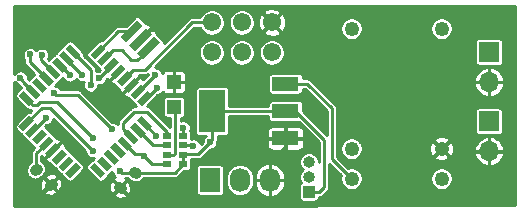
<source format=gbr>
G04 #@! TF.FileFunction,Copper,L1,Top,Signal*
%FSLAX46Y46*%
G04 Gerber Fmt 4.6, Leading zero omitted, Abs format (unit mm)*
G04 Created by KiCad (PCBNEW 4.0.2+dfsg1-stable) date 2017年12月22日 星期五 14时14分46秒*
%MOMM*%
G01*
G04 APERTURE LIST*
%ADD10C,0.100000*%
%ADD11C,1.550000*%
%ADD12R,2.235200X1.219200*%
%ADD13R,2.200000X3.600000*%
%ADD14R,1.700000X1.700000*%
%ADD15O,1.700000X1.700000*%
%ADD16C,0.898400*%
%ADD17R,0.650000X0.500000*%
%ADD18R,1.200000X1.200000*%
%ADD19R,1.727200X2.032000*%
%ADD20O,1.727200X2.032000*%
%ADD21R,1.000000X1.000000*%
%ADD22O,1.000000X1.000000*%
%ADD23C,1.250000*%
%ADD24C,0.600000*%
%ADD25C,0.250000*%
%ADD26C,0.254000*%
G04 APERTURE END LIST*
D10*
D11*
X144063720Y-100457000D03*
X144063720Y-97917000D03*
X146603720Y-100457000D03*
X146603720Y-97917000D03*
X149143720Y-100457000D03*
X149143720Y-97917000D03*
D10*
G36*
X138616673Y-103707994D02*
X139011804Y-104103125D01*
X138113779Y-105001150D01*
X137718648Y-104606019D01*
X138616673Y-103707994D01*
X138616673Y-103707994D01*
G37*
G36*
X138050987Y-103142309D02*
X138446118Y-103537440D01*
X137548093Y-104435465D01*
X137152962Y-104040334D01*
X138050987Y-103142309D01*
X138050987Y-103142309D01*
G37*
G36*
X137485302Y-102576624D02*
X137880433Y-102971755D01*
X136982408Y-103869780D01*
X136587277Y-103474649D01*
X137485302Y-102576624D01*
X137485302Y-102576624D01*
G37*
G36*
X136919616Y-102010938D02*
X137314747Y-102406069D01*
X136416722Y-103304094D01*
X136021591Y-102908963D01*
X136919616Y-102010938D01*
X136919616Y-102010938D01*
G37*
G36*
X136353931Y-101445253D02*
X136749062Y-101840384D01*
X135851037Y-102738409D01*
X135455906Y-102343278D01*
X136353931Y-101445253D01*
X136353931Y-101445253D01*
G37*
G36*
X135788245Y-100879567D02*
X136183376Y-101274698D01*
X135285351Y-102172723D01*
X134890220Y-101777592D01*
X135788245Y-100879567D01*
X135788245Y-100879567D01*
G37*
G36*
X135222560Y-100313882D02*
X135617691Y-100709013D01*
X134719666Y-101607038D01*
X134324535Y-101211907D01*
X135222560Y-100313882D01*
X135222560Y-100313882D01*
G37*
G36*
X134656875Y-99748196D02*
X135052006Y-100143327D01*
X134153981Y-101041352D01*
X133758850Y-100646221D01*
X134656875Y-99748196D01*
X134656875Y-99748196D01*
G37*
G36*
X132043125Y-99748196D02*
X132941150Y-100646221D01*
X132546019Y-101041352D01*
X131647994Y-100143327D01*
X132043125Y-99748196D01*
X132043125Y-99748196D01*
G37*
G36*
X131477440Y-100313882D02*
X132375465Y-101211907D01*
X131980334Y-101607038D01*
X131082309Y-100709013D01*
X131477440Y-100313882D01*
X131477440Y-100313882D01*
G37*
G36*
X130911755Y-100879567D02*
X131809780Y-101777592D01*
X131414649Y-102172723D01*
X130516624Y-101274698D01*
X130911755Y-100879567D01*
X130911755Y-100879567D01*
G37*
G36*
X130346069Y-101445253D02*
X131244094Y-102343278D01*
X130848963Y-102738409D01*
X129950938Y-101840384D01*
X130346069Y-101445253D01*
X130346069Y-101445253D01*
G37*
G36*
X129780384Y-102010938D02*
X130678409Y-102908963D01*
X130283278Y-103304094D01*
X129385253Y-102406069D01*
X129780384Y-102010938D01*
X129780384Y-102010938D01*
G37*
G36*
X129214698Y-102576624D02*
X130112723Y-103474649D01*
X129717592Y-103869780D01*
X128819567Y-102971755D01*
X129214698Y-102576624D01*
X129214698Y-102576624D01*
G37*
G36*
X128649013Y-103142309D02*
X129547038Y-104040334D01*
X129151907Y-104435465D01*
X128253882Y-103537440D01*
X128649013Y-103142309D01*
X128649013Y-103142309D01*
G37*
G36*
X128083327Y-103707994D02*
X128981352Y-104606019D01*
X128586221Y-105001150D01*
X127688196Y-104103125D01*
X128083327Y-103707994D01*
X128083327Y-103707994D01*
G37*
G36*
X128586221Y-105818850D02*
X128981352Y-106213981D01*
X128083327Y-107112006D01*
X127688196Y-106716875D01*
X128586221Y-105818850D01*
X128586221Y-105818850D01*
G37*
G36*
X129151907Y-106384535D02*
X129547038Y-106779666D01*
X128649013Y-107677691D01*
X128253882Y-107282560D01*
X129151907Y-106384535D01*
X129151907Y-106384535D01*
G37*
G36*
X129717592Y-106950220D02*
X130112723Y-107345351D01*
X129214698Y-108243376D01*
X128819567Y-107848245D01*
X129717592Y-106950220D01*
X129717592Y-106950220D01*
G37*
G36*
X130283278Y-107515906D02*
X130678409Y-107911037D01*
X129780384Y-108809062D01*
X129385253Y-108413931D01*
X130283278Y-107515906D01*
X130283278Y-107515906D01*
G37*
G36*
X130848963Y-108081591D02*
X131244094Y-108476722D01*
X130346069Y-109374747D01*
X129950938Y-108979616D01*
X130848963Y-108081591D01*
X130848963Y-108081591D01*
G37*
G36*
X131414649Y-108647277D02*
X131809780Y-109042408D01*
X130911755Y-109940433D01*
X130516624Y-109545302D01*
X131414649Y-108647277D01*
X131414649Y-108647277D01*
G37*
G36*
X131980334Y-109212962D02*
X132375465Y-109608093D01*
X131477440Y-110506118D01*
X131082309Y-110110987D01*
X131980334Y-109212962D01*
X131980334Y-109212962D01*
G37*
G36*
X132546019Y-109778648D02*
X132941150Y-110173779D01*
X132043125Y-111071804D01*
X131647994Y-110676673D01*
X132546019Y-109778648D01*
X132546019Y-109778648D01*
G37*
G36*
X134153981Y-109778648D02*
X135052006Y-110676673D01*
X134656875Y-111071804D01*
X133758850Y-110173779D01*
X134153981Y-109778648D01*
X134153981Y-109778648D01*
G37*
G36*
X134719666Y-109212962D02*
X135617691Y-110110987D01*
X135222560Y-110506118D01*
X134324535Y-109608093D01*
X134719666Y-109212962D01*
X134719666Y-109212962D01*
G37*
G36*
X135285351Y-108647277D02*
X136183376Y-109545302D01*
X135788245Y-109940433D01*
X134890220Y-109042408D01*
X135285351Y-108647277D01*
X135285351Y-108647277D01*
G37*
G36*
X135851037Y-108081591D02*
X136749062Y-108979616D01*
X136353931Y-109374747D01*
X135455906Y-108476722D01*
X135851037Y-108081591D01*
X135851037Y-108081591D01*
G37*
G36*
X136416722Y-107515906D02*
X137314747Y-108413931D01*
X136919616Y-108809062D01*
X136021591Y-107911037D01*
X136416722Y-107515906D01*
X136416722Y-107515906D01*
G37*
G36*
X136982408Y-106950220D02*
X137880433Y-107848245D01*
X137485302Y-108243376D01*
X136587277Y-107345351D01*
X136982408Y-106950220D01*
X136982408Y-106950220D01*
G37*
G36*
X137548093Y-106384535D02*
X138446118Y-107282560D01*
X138050987Y-107677691D01*
X137152962Y-106779666D01*
X137548093Y-106384535D01*
X137548093Y-106384535D01*
G37*
G36*
X138113779Y-105818850D02*
X139011804Y-106716875D01*
X138616673Y-107112006D01*
X137718648Y-106213981D01*
X138113779Y-105818850D01*
X138113779Y-105818850D01*
G37*
D12*
X150291800Y-107721400D03*
X150291800Y-105410000D03*
X150291800Y-103098600D03*
D13*
X144094000Y-105410000D03*
D14*
X167528240Y-100416360D03*
D15*
X167528240Y-102956360D03*
D16*
X129094106Y-110440658D02*
X129236658Y-110298106D01*
X130351342Y-111697894D02*
X130493894Y-111555342D01*
D17*
X140295000Y-107512000D03*
X140295000Y-108312000D03*
X140295000Y-109112000D03*
X140295000Y-109912000D03*
X141645000Y-109912000D03*
X141645000Y-109112000D03*
X141645000Y-108312000D03*
X141645000Y-107512000D03*
D10*
G36*
X139164926Y-99107153D02*
X139659901Y-99602128D01*
X138245688Y-101016341D01*
X137750713Y-100521366D01*
X139164926Y-99107153D01*
X139164926Y-99107153D01*
G37*
G36*
X138457819Y-98400046D02*
X138952794Y-98895021D01*
X137538581Y-100309234D01*
X137043606Y-99814259D01*
X138457819Y-98400046D01*
X138457819Y-98400046D01*
G37*
G36*
X137750712Y-97692939D02*
X138245687Y-98187914D01*
X136831474Y-99602127D01*
X136336499Y-99107152D01*
X137750712Y-97692939D01*
X137750712Y-97692939D01*
G37*
D18*
X140843000Y-105063000D03*
X140843000Y-102963000D03*
D16*
X137463342Y-110552106D02*
X137605894Y-110694658D01*
X136206106Y-111809342D02*
X136348658Y-111951894D01*
D19*
X143891000Y-111252000D03*
D20*
X146431000Y-111252000D03*
X148971000Y-111252000D03*
D14*
X167528240Y-106283760D03*
D15*
X167528240Y-108823760D03*
D21*
X152273000Y-112268000D03*
D22*
X152273000Y-110998000D03*
X152273000Y-109728000D03*
D23*
X163504880Y-98445320D03*
X163504880Y-108605320D03*
X155884880Y-111145320D03*
X163504880Y-111145320D03*
X155884880Y-108605320D03*
X155884880Y-98445320D03*
D24*
X135940800Y-105476040D03*
X136265920Y-110530640D03*
X134538720Y-102616000D03*
X130007360Y-106004360D03*
X143906240Y-108046520D03*
X138297920Y-109179360D03*
X142504160Y-108366560D03*
X135620760Y-106954320D03*
X130703320Y-103880920D03*
X127853440Y-102595680D03*
X134000240Y-107736640D03*
X133974840Y-108798360D03*
X141650720Y-106822240D03*
X139395200Y-103433880D03*
X139252960Y-102346760D03*
X133791960Y-103235760D03*
X133060440Y-102321360D03*
X132039360Y-102382320D03*
X129661920Y-100675440D03*
X128666240Y-100614480D03*
X139313920Y-107492800D03*
D25*
X137998200Y-99354640D02*
X137998200Y-99319080D01*
X137998200Y-99319080D02*
X138805920Y-98511360D01*
X138805920Y-98511360D02*
X140106400Y-98511360D01*
X140106400Y-98511360D02*
X141914880Y-96702880D01*
X141914880Y-96702880D02*
X147929600Y-96702880D01*
X147929600Y-96702880D02*
X149143720Y-97917000D01*
X130422618Y-111626618D02*
X130432778Y-111626618D01*
X130432778Y-111626618D02*
X131124960Y-112318800D01*
X131124960Y-112318800D02*
X135839200Y-112318800D01*
X135839200Y-112318800D02*
X136277382Y-111880618D01*
X136102484Y-102091831D02*
X136102484Y-102098716D01*
X136102484Y-102098716D02*
X135453120Y-102748080D01*
X135453120Y-102748080D02*
X135453120Y-103571040D01*
X135453120Y-103571040D02*
X135940800Y-104058720D01*
X135940800Y-104058720D02*
X135940800Y-105476040D01*
X150291800Y-107721400D02*
X150291800Y-108422440D01*
X148971000Y-109743240D02*
X148971000Y-111252000D01*
X150291800Y-108422440D02*
X148971000Y-109743240D01*
X136668169Y-102657516D02*
X136668169Y-102640471D01*
X136668169Y-102640471D02*
X137383520Y-101925120D01*
X137383520Y-101925120D02*
X138363960Y-101925120D01*
X138363960Y-101925120D02*
X142372080Y-97917000D01*
X142372080Y-97917000D02*
X144063720Y-97917000D01*
X136358662Y-110623382D02*
X137534618Y-110623382D01*
X136265920Y-110530640D02*
X136358662Y-110623382D01*
X134538720Y-102616000D02*
X135536798Y-101617922D01*
X135536798Y-101617922D02*
X135536798Y-101526145D01*
X130007360Y-106004360D02*
X128980607Y-107031113D01*
X128980607Y-107031113D02*
X128900460Y-107031113D01*
X150291800Y-105410000D02*
X151119840Y-105410000D01*
X151119840Y-105410000D02*
X153558240Y-107848400D01*
X153136600Y-112268000D02*
X152273000Y-112268000D01*
X153558240Y-111846360D02*
X153136600Y-112268000D01*
X153558240Y-107848400D02*
X153558240Y-111846360D01*
X143901160Y-108051600D02*
X143885920Y-108051600D01*
X143906240Y-108046520D02*
X143901160Y-108051600D01*
X150291800Y-105410000D02*
X144094000Y-105410000D01*
X137534618Y-110623382D02*
X140933618Y-110623382D01*
X140933618Y-110623382D02*
X141645000Y-109912000D01*
X141645000Y-109912000D02*
X141645000Y-109112000D01*
X141645000Y-109112000D02*
X141704640Y-109052360D01*
X141704640Y-109052360D02*
X142885160Y-109052360D01*
X142885160Y-109052360D02*
X143885920Y-108051600D01*
X143885920Y-108051600D02*
X144094000Y-107843520D01*
X144094000Y-107843520D02*
X144094000Y-105410000D01*
X130031831Y-108162484D02*
X130003156Y-108162484D01*
X130003156Y-108162484D02*
X129165382Y-109000258D01*
X129165382Y-109000258D02*
X129165382Y-110369382D01*
X138297920Y-109179360D02*
X138277600Y-109199680D01*
X138277600Y-109199680D02*
X138297920Y-109220000D01*
X138501120Y-109413040D02*
X138496040Y-109418120D01*
X138496040Y-109418120D02*
X138501120Y-109413040D01*
X138501120Y-109413040D02*
X138501120Y-109423200D01*
X140295000Y-109912000D02*
X138989920Y-109912000D01*
X137583445Y-109077760D02*
X136668169Y-108162484D01*
X138155680Y-109077760D02*
X137583445Y-109077760D01*
X138989920Y-109912000D02*
X138501120Y-109423200D01*
X138501120Y-109423200D02*
X138297920Y-109220000D01*
X138297920Y-109220000D02*
X138155680Y-109077760D01*
X142449600Y-108312000D02*
X141645000Y-108312000D01*
X142504160Y-108366560D02*
X142449600Y-108312000D01*
X138705307Y-100061747D02*
X138705307Y-100141053D01*
X138705307Y-100141053D02*
X137744200Y-101102160D01*
X137744200Y-101102160D02*
X137236200Y-101102160D01*
X137236200Y-101102160D02*
X136413240Y-100279200D01*
X136413240Y-100279200D02*
X135652373Y-100279200D01*
X135652373Y-100279200D02*
X134971113Y-100960460D01*
X137291093Y-98647533D02*
X136152669Y-98647533D01*
X136152669Y-98647533D02*
X134405428Y-100394774D01*
X135620760Y-106954320D02*
X132689600Y-104023160D01*
X132689600Y-104023160D02*
X130845560Y-104023160D01*
X130845560Y-104023160D02*
X130703320Y-103880920D01*
X127853440Y-102595680D02*
X128107440Y-102849680D01*
X128107440Y-102849680D02*
X128107440Y-102995867D01*
X128107440Y-102995867D02*
X128900460Y-103788887D01*
X128917762Y-104937560D02*
X128334774Y-104354572D01*
X129226244Y-104937560D02*
X128917762Y-104937560D01*
X129473046Y-104690758D02*
X129226244Y-104937560D01*
X130954358Y-104690758D02*
X129473046Y-104690758D01*
X134000240Y-107736640D02*
X130954358Y-104690758D01*
X133974840Y-108798360D02*
X130317240Y-105140760D01*
X130317240Y-105140760D02*
X129659442Y-105140760D01*
X129659442Y-105140760D02*
X128334774Y-106465428D01*
X140295000Y-107512000D02*
X140295000Y-107193720D01*
X136550400Y-106913343D02*
X137233855Y-107596798D01*
X136550400Y-106415840D02*
X136550400Y-106913343D01*
X137505440Y-105460800D02*
X136550400Y-106415840D01*
X138562080Y-105460800D02*
X137505440Y-105460800D01*
X140295000Y-107193720D02*
X138562080Y-105460800D01*
X137799540Y-107031113D02*
X137799540Y-107055380D01*
X137799540Y-107055380D02*
X139056160Y-108312000D01*
X139056160Y-108312000D02*
X140295000Y-108312000D01*
X140295000Y-109112000D02*
X140839240Y-109112000D01*
X140970000Y-108981240D02*
X140970000Y-105190000D01*
X140839240Y-109112000D02*
X140970000Y-108981240D01*
X140970000Y-105190000D02*
X140843000Y-105063000D01*
X141650720Y-106822240D02*
X141645000Y-106827960D01*
X141645000Y-106827960D02*
X141645000Y-107512000D01*
X150291800Y-103098600D02*
X152130760Y-103098600D01*
X154228800Y-109489240D02*
X155884880Y-111145320D01*
X154228800Y-105196640D02*
X154228800Y-109489240D01*
X152130760Y-103098600D02*
X154228800Y-105196640D01*
X139395200Y-103433880D02*
X138474508Y-104354572D01*
X138474508Y-104354572D02*
X138365226Y-104354572D01*
X138492172Y-104354572D02*
X138365226Y-104354572D01*
X139252960Y-102346760D02*
X137810833Y-103788887D01*
X137810833Y-103788887D02*
X137799540Y-103788887D01*
X133791960Y-103235760D02*
X133822440Y-103205280D01*
X133822440Y-103205280D02*
X133822440Y-101922642D01*
X133822440Y-101922642D02*
X132294572Y-100394774D01*
X133060440Y-102321360D02*
X131728887Y-100989807D01*
X131728887Y-100989807D02*
X131728887Y-100960460D01*
X132039360Y-102382320D02*
X131183185Y-101526145D01*
X131183185Y-101526145D02*
X131163202Y-101526145D01*
X129661920Y-100675440D02*
X129606040Y-100731320D01*
X129606040Y-100731320D02*
X129606040Y-101100355D01*
X129606040Y-101100355D02*
X130597516Y-102091831D01*
X128666240Y-100614480D02*
X128635760Y-100644960D01*
X128635760Y-100644960D02*
X128635760Y-101261445D01*
X128635760Y-101261445D02*
X130031831Y-102657516D01*
X139313920Y-107492800D02*
X138365226Y-106544106D01*
X138365226Y-106544106D02*
X138365226Y-106465428D01*
D26*
G36*
X169685900Y-113395138D02*
X135925099Y-113488400D01*
X127316300Y-113488400D01*
X127316300Y-112261490D01*
X129823101Y-112261490D01*
X129854407Y-112424398D01*
X129991406Y-112501527D01*
X130155103Y-112556305D01*
X130326341Y-112578095D01*
X130498541Y-112566060D01*
X130664969Y-112520691D01*
X135672664Y-112520691D01*
X135743941Y-112591967D01*
X135880432Y-112697643D01*
X136034917Y-112774660D01*
X136201459Y-112820060D01*
X136373659Y-112832095D01*
X136544897Y-112810305D01*
X136708594Y-112755527D01*
X136845593Y-112678398D01*
X136876899Y-112515490D01*
X136277382Y-111915973D01*
X135672664Y-112520691D01*
X130664969Y-112520691D01*
X130665083Y-112520660D01*
X130819568Y-112443643D01*
X130956059Y-112337967D01*
X131027336Y-112266691D01*
X130422618Y-111661973D01*
X129823101Y-112261490D01*
X127316300Y-112261490D01*
X127316300Y-111722895D01*
X129471141Y-111722895D01*
X129492931Y-111894133D01*
X129547709Y-112057830D01*
X129624838Y-112194829D01*
X129787746Y-112226135D01*
X130387263Y-111626618D01*
X130457973Y-111626618D01*
X131062691Y-112231336D01*
X131133967Y-112160059D01*
X131239643Y-112023568D01*
X131316660Y-111869083D01*
X131339761Y-111784341D01*
X135325905Y-111784341D01*
X135337940Y-111956541D01*
X135383340Y-112123083D01*
X135460357Y-112277568D01*
X135566033Y-112414059D01*
X135637309Y-112485336D01*
X136242027Y-111880618D01*
X136312737Y-111880618D01*
X136912254Y-112480135D01*
X137075162Y-112448829D01*
X137152291Y-112311830D01*
X137207069Y-112148133D01*
X137228859Y-111976895D01*
X137216824Y-111804695D01*
X137171424Y-111638153D01*
X137094407Y-111483668D01*
X136988731Y-111347177D01*
X136917455Y-111275900D01*
X136312737Y-111880618D01*
X136242027Y-111880618D01*
X135642510Y-111281101D01*
X135479602Y-111312407D01*
X135402473Y-111449406D01*
X135347695Y-111613103D01*
X135325905Y-111784341D01*
X131339761Y-111784341D01*
X131362060Y-111702541D01*
X131374095Y-111530341D01*
X131352305Y-111359103D01*
X131297527Y-111195406D01*
X131220398Y-111058407D01*
X131057490Y-111027101D01*
X130457973Y-111626618D01*
X130387263Y-111626618D01*
X129782545Y-111021900D01*
X129711269Y-111093177D01*
X129605593Y-111229668D01*
X129528576Y-111384153D01*
X129483176Y-111550695D01*
X129471141Y-111722895D01*
X127316300Y-111722895D01*
X127316300Y-102925608D01*
X127357167Y-102989021D01*
X127443019Y-103077923D01*
X127544503Y-103148457D01*
X127657755Y-103197936D01*
X127707590Y-103208893D01*
X127725677Y-103243787D01*
X127727170Y-103245658D01*
X127728294Y-103247771D01*
X127754854Y-103280336D01*
X127781102Y-103313217D01*
X127784388Y-103316549D01*
X127784443Y-103316616D01*
X127784505Y-103316667D01*
X127785565Y-103317742D01*
X127901528Y-103433705D01*
X127848711Y-103473378D01*
X127453580Y-103868509D01*
X127419363Y-103908656D01*
X127375829Y-103991250D01*
X127357028Y-104082703D01*
X127364450Y-104175772D01*
X127397506Y-104263090D01*
X127453580Y-104337741D01*
X128351605Y-105235766D01*
X128391752Y-105269983D01*
X128474346Y-105313517D01*
X128565799Y-105332318D01*
X128658868Y-105324896D01*
X128672108Y-105319884D01*
X128701590Y-105335692D01*
X128738440Y-105355950D01*
X128740721Y-105356674D01*
X128742831Y-105357805D01*
X128783057Y-105370104D01*
X128785556Y-105370896D01*
X128658176Y-105498276D01*
X128606643Y-105487682D01*
X128513574Y-105495104D01*
X128426256Y-105528160D01*
X128351605Y-105584234D01*
X127453580Y-106482259D01*
X127419363Y-106522406D01*
X127375829Y-106605000D01*
X127357028Y-106696453D01*
X127364450Y-106789522D01*
X127397506Y-106876840D01*
X127453580Y-106951491D01*
X127848711Y-107346622D01*
X127888858Y-107380839D01*
X127952548Y-107414409D01*
X127963192Y-107442525D01*
X128019266Y-107517176D01*
X128414397Y-107912307D01*
X128454544Y-107946524D01*
X128518233Y-107980093D01*
X128528877Y-108008210D01*
X128584951Y-108082861D01*
X128980082Y-108477992D01*
X129014534Y-108507356D01*
X128843507Y-108678383D01*
X128816832Y-108710858D01*
X128789790Y-108743085D01*
X128788636Y-108745184D01*
X128787118Y-108747032D01*
X128767250Y-108784086D01*
X128746992Y-108820936D01*
X128746269Y-108823215D01*
X128745137Y-108825327D01*
X128732834Y-108865566D01*
X128720129Y-108905617D01*
X128719862Y-108907993D01*
X128719162Y-108910284D01*
X128714914Y-108952113D01*
X128710226Y-108993902D01*
X128710194Y-108998583D01*
X128710185Y-108998668D01*
X128710192Y-108998747D01*
X128710182Y-109000258D01*
X128710182Y-109725251D01*
X128696299Y-109736334D01*
X128688551Y-109743975D01*
X128539975Y-109892551D01*
X128443425Y-110010093D01*
X128371544Y-110144150D01*
X128327071Y-110289615D01*
X128311699Y-110440950D01*
X128326014Y-110592387D01*
X128369470Y-110738159D01*
X128440414Y-110872715D01*
X128536141Y-110990928D01*
X128653006Y-111088297D01*
X128786558Y-111161111D01*
X128931710Y-111206599D01*
X129082933Y-111223028D01*
X129234466Y-111209769D01*
X129380538Y-111167332D01*
X129515586Y-111097329D01*
X129634465Y-111002430D01*
X129642213Y-110994789D01*
X129650457Y-110986545D01*
X129817900Y-110986545D01*
X130422618Y-111591263D01*
X131022135Y-110991746D01*
X130990829Y-110828838D01*
X130853830Y-110751709D01*
X130690133Y-110696931D01*
X130518895Y-110675141D01*
X130346695Y-110687176D01*
X130180153Y-110732576D01*
X130025668Y-110809593D01*
X129889177Y-110915269D01*
X129817900Y-110986545D01*
X129650457Y-110986545D01*
X129790789Y-110846213D01*
X129887339Y-110728671D01*
X129959220Y-110594614D01*
X130003693Y-110449149D01*
X130019065Y-110297814D01*
X130004750Y-110146378D01*
X129961294Y-110000605D01*
X129890350Y-109866049D01*
X129794623Y-109747836D01*
X129677758Y-109650467D01*
X129620582Y-109619294D01*
X129620582Y-109423432D01*
X129937609Y-109423432D01*
X129937609Y-109575813D01*
X130011289Y-109649494D01*
X130071322Y-109709527D01*
X130141914Y-109756695D01*
X130220351Y-109789184D01*
X130303618Y-109805747D01*
X130307837Y-109805747D01*
X130677139Y-110175049D01*
X130717286Y-110209266D01*
X130780975Y-110242835D01*
X130791619Y-110270952D01*
X130847693Y-110345603D01*
X131242824Y-110740734D01*
X131282971Y-110774951D01*
X131346659Y-110808520D01*
X131357304Y-110836638D01*
X131413378Y-110911289D01*
X131808509Y-111306420D01*
X131848656Y-111340637D01*
X131931250Y-111384171D01*
X132022703Y-111402972D01*
X132115772Y-111395550D01*
X132203090Y-111362494D01*
X132277741Y-111306420D01*
X133175766Y-110408395D01*
X133209983Y-110368248D01*
X133253517Y-110285654D01*
X133272318Y-110194201D01*
X133264896Y-110101132D01*
X133231840Y-110013814D01*
X133175766Y-109939163D01*
X132780635Y-109544032D01*
X132740488Y-109509815D01*
X132676800Y-109476246D01*
X132666155Y-109448128D01*
X132610081Y-109373477D01*
X132214950Y-108978346D01*
X132174803Y-108944129D01*
X132111114Y-108910560D01*
X132100470Y-108882443D01*
X132044396Y-108807792D01*
X131675094Y-108438490D01*
X131675094Y-108434271D01*
X131658531Y-108351004D01*
X131626042Y-108272567D01*
X131578874Y-108201975D01*
X131518841Y-108141942D01*
X131445160Y-108068262D01*
X131292779Y-108068262D01*
X130632871Y-108728169D01*
X130647014Y-108742312D01*
X130611659Y-108777667D01*
X130597516Y-108763524D01*
X129937609Y-109423432D01*
X129620582Y-109423432D01*
X129620582Y-109258787D01*
X129676191Y-109314396D01*
X129749872Y-109388076D01*
X129902253Y-109388076D01*
X130562161Y-108728169D01*
X130548019Y-108714027D01*
X130583374Y-108678672D01*
X130597516Y-108692814D01*
X131257423Y-108032906D01*
X131257423Y-107880525D01*
X131183743Y-107806844D01*
X131123710Y-107746811D01*
X131053118Y-107699643D01*
X130974681Y-107667154D01*
X130891414Y-107650591D01*
X130887195Y-107650591D01*
X130517894Y-107281290D01*
X130477747Y-107247073D01*
X130414057Y-107213503D01*
X130403413Y-107185386D01*
X130347339Y-107110735D01*
X129952208Y-106715604D01*
X129945545Y-106709925D01*
X130020470Y-106635000D01*
X130055942Y-106635743D01*
X130177653Y-106614282D01*
X130292878Y-106569589D01*
X130397227Y-106503367D01*
X130486726Y-106418138D01*
X130557967Y-106317148D01*
X130608235Y-106204244D01*
X130632069Y-106099339D01*
X133344366Y-108811636D01*
X133343812Y-108851349D01*
X133366122Y-108972907D01*
X133411618Y-109087817D01*
X133478567Y-109191701D01*
X133564419Y-109280603D01*
X133665903Y-109351137D01*
X133779155Y-109400616D01*
X133899861Y-109427154D01*
X134023422Y-109429743D01*
X134049643Y-109425120D01*
X134022132Y-109477314D01*
X133994016Y-109487958D01*
X133919365Y-109544032D01*
X133524234Y-109939163D01*
X133490017Y-109979310D01*
X133446483Y-110061904D01*
X133427682Y-110153357D01*
X133435104Y-110246426D01*
X133468160Y-110333744D01*
X133524234Y-110408395D01*
X134422259Y-111306420D01*
X134462406Y-111340637D01*
X134545000Y-111384171D01*
X134636453Y-111402972D01*
X134729522Y-111395550D01*
X134816840Y-111362494D01*
X134891491Y-111306420D01*
X135286622Y-110911289D01*
X135320839Y-110871142D01*
X135354409Y-110807452D01*
X135382525Y-110796808D01*
X135457176Y-110740734D01*
X135635184Y-110562726D01*
X135634892Y-110583629D01*
X135657202Y-110705187D01*
X135702698Y-110820097D01*
X135769647Y-110923981D01*
X135847985Y-111005102D01*
X135846170Y-111005709D01*
X135709171Y-111082838D01*
X135677865Y-111245746D01*
X136277382Y-111845263D01*
X136882100Y-111240545D01*
X136810823Y-111169269D01*
X136693692Y-111078582D01*
X136890487Y-111078582D01*
X136901570Y-111092465D01*
X136909211Y-111100213D01*
X137057787Y-111248789D01*
X137175329Y-111345339D01*
X137309386Y-111417220D01*
X137454851Y-111461693D01*
X137606186Y-111477065D01*
X137757622Y-111462750D01*
X137903395Y-111419294D01*
X138037951Y-111348350D01*
X138156164Y-111252623D01*
X138253533Y-111135758D01*
X138284706Y-111078582D01*
X140933618Y-111078582D01*
X140975482Y-111074477D01*
X141017353Y-111070814D01*
X141019650Y-111070147D01*
X141022033Y-111069913D01*
X141062305Y-111057754D01*
X141102665Y-111046028D01*
X141104789Y-111044927D01*
X141107081Y-111044235D01*
X141144208Y-111024495D01*
X141181538Y-111005145D01*
X141183409Y-111003652D01*
X141185522Y-111002528D01*
X141218087Y-110975968D01*
X141250968Y-110949720D01*
X141254300Y-110946434D01*
X141254367Y-110946379D01*
X141254418Y-110946317D01*
X141255493Y-110945257D01*
X141706953Y-110493797D01*
X141970000Y-110493797D01*
X142022583Y-110489604D01*
X142111769Y-110461984D01*
X142189730Y-110410612D01*
X142250293Y-110339554D01*
X142288661Y-110254436D01*
X142291280Y-110236000D01*
X142695603Y-110236000D01*
X142695603Y-112268000D01*
X142699796Y-112320583D01*
X142727416Y-112409769D01*
X142778788Y-112487730D01*
X142849846Y-112548293D01*
X142934964Y-112586661D01*
X143027400Y-112599797D01*
X144754600Y-112599797D01*
X144807183Y-112595604D01*
X144896369Y-112567984D01*
X144974330Y-112516612D01*
X145034893Y-112445554D01*
X145073261Y-112360436D01*
X145086397Y-112268000D01*
X145086397Y-111093086D01*
X145237200Y-111093086D01*
X145237200Y-111410914D01*
X145259936Y-111642791D01*
X145327277Y-111865836D01*
X145436659Y-112071553D01*
X145583914Y-112252106D01*
X145763436Y-112400619D01*
X145968384Y-112511434D01*
X146190953Y-112580331D01*
X146422666Y-112604685D01*
X146654696Y-112583569D01*
X146878205Y-112517786D01*
X147084681Y-112409843D01*
X147266258Y-112263851D01*
X147416020Y-112085372D01*
X147528264Y-111881202D01*
X147598713Y-111659119D01*
X147624684Y-111427582D01*
X147624800Y-111410914D01*
X147624800Y-111277000D01*
X147676400Y-111277000D01*
X147676400Y-111429400D01*
X147706153Y-111681484D01*
X147784513Y-111922919D01*
X147908469Y-112144428D01*
X148073258Y-112337498D01*
X148272546Y-112494710D01*
X148498676Y-112610022D01*
X148743825Y-112678912D01*
X148946000Y-112590987D01*
X148946000Y-111277000D01*
X148996000Y-111277000D01*
X148996000Y-112590987D01*
X149198175Y-112678912D01*
X149443324Y-112610022D01*
X149669454Y-112494710D01*
X149868742Y-112337498D01*
X150033531Y-112144428D01*
X150157487Y-111922919D01*
X150235847Y-111681484D01*
X150265600Y-111429400D01*
X150265600Y-111277000D01*
X148996000Y-111277000D01*
X148946000Y-111277000D01*
X147676400Y-111277000D01*
X147624800Y-111277000D01*
X147624800Y-111093086D01*
X147622988Y-111074600D01*
X147676400Y-111074600D01*
X147676400Y-111227000D01*
X148946000Y-111227000D01*
X148946000Y-109913013D01*
X148996000Y-109913013D01*
X148996000Y-111227000D01*
X150265600Y-111227000D01*
X150265600Y-111074600D01*
X150235847Y-110822516D01*
X150157487Y-110581081D01*
X150033531Y-110359572D01*
X149868742Y-110166502D01*
X149669454Y-110009290D01*
X149443324Y-109893978D01*
X149198175Y-109825088D01*
X148996000Y-109913013D01*
X148946000Y-109913013D01*
X148743825Y-109825088D01*
X148498676Y-109893978D01*
X148272546Y-110009290D01*
X148073258Y-110166502D01*
X147908469Y-110359572D01*
X147784513Y-110581081D01*
X147706153Y-110822516D01*
X147676400Y-111074600D01*
X147622988Y-111074600D01*
X147602064Y-110861209D01*
X147534723Y-110638164D01*
X147425341Y-110432447D01*
X147278086Y-110251894D01*
X147098564Y-110103381D01*
X146893616Y-109992566D01*
X146671047Y-109923669D01*
X146439334Y-109899315D01*
X146207304Y-109920431D01*
X145983795Y-109986214D01*
X145777319Y-110094157D01*
X145595742Y-110240149D01*
X145445980Y-110418628D01*
X145333736Y-110622798D01*
X145263287Y-110844881D01*
X145237316Y-111076418D01*
X145237200Y-111093086D01*
X145086397Y-111093086D01*
X145086397Y-110236000D01*
X145082204Y-110183417D01*
X145054584Y-110094231D01*
X145003212Y-110016270D01*
X144932154Y-109955707D01*
X144847036Y-109917339D01*
X144754600Y-109904203D01*
X143027400Y-109904203D01*
X142974817Y-109908396D01*
X142885631Y-109936016D01*
X142807670Y-109987388D01*
X142747107Y-110058446D01*
X142708739Y-110143564D01*
X142695603Y-110236000D01*
X142291280Y-110236000D01*
X142301797Y-110162000D01*
X142301797Y-109662000D01*
X142297604Y-109609417D01*
X142269984Y-109520231D01*
X142263464Y-109510336D01*
X142264715Y-109507560D01*
X142885160Y-109507560D01*
X142927024Y-109503455D01*
X142968895Y-109499792D01*
X142971192Y-109499125D01*
X142973575Y-109498891D01*
X143013847Y-109486732D01*
X143054207Y-109475006D01*
X143056331Y-109473905D01*
X143058623Y-109473213D01*
X143095750Y-109453473D01*
X143133080Y-109434123D01*
X143134951Y-109432630D01*
X143137064Y-109431506D01*
X143169629Y-109404946D01*
X143202510Y-109378698D01*
X143205842Y-109375412D01*
X143205909Y-109375357D01*
X143205960Y-109375295D01*
X143207035Y-109374235D01*
X143904423Y-108676847D01*
X143954822Y-108677903D01*
X144076533Y-108656442D01*
X144191758Y-108611749D01*
X144296107Y-108545527D01*
X144385606Y-108460298D01*
X144456847Y-108359308D01*
X144507115Y-108246404D01*
X144534496Y-108125887D01*
X144536467Y-107984726D01*
X144531861Y-107961463D01*
X144539253Y-107938161D01*
X144539520Y-107935784D01*
X144540220Y-107933493D01*
X144544467Y-107891675D01*
X144548676Y-107854150D01*
X148743200Y-107854150D01*
X148743200Y-108373450D01*
X148759763Y-108456718D01*
X148792253Y-108535155D01*
X148839421Y-108605747D01*
X148899454Y-108665780D01*
X148970045Y-108712947D01*
X149048482Y-108745437D01*
X149131750Y-108762000D01*
X150159050Y-108762000D01*
X150266800Y-108654250D01*
X150266800Y-107746400D01*
X150316800Y-107746400D01*
X150316800Y-108654250D01*
X150424550Y-108762000D01*
X151451850Y-108762000D01*
X151535118Y-108745437D01*
X151613555Y-108712947D01*
X151684146Y-108665780D01*
X151744179Y-108605747D01*
X151791347Y-108535155D01*
X151823837Y-108456718D01*
X151840400Y-108373450D01*
X151840400Y-107854150D01*
X151732650Y-107746400D01*
X150316800Y-107746400D01*
X150266800Y-107746400D01*
X148850950Y-107746400D01*
X148743200Y-107854150D01*
X144548676Y-107854150D01*
X144549156Y-107849876D01*
X144549188Y-107845194D01*
X144549197Y-107845109D01*
X144549190Y-107845030D01*
X144549200Y-107843520D01*
X144549200Y-107541797D01*
X145194000Y-107541797D01*
X145246583Y-107537604D01*
X145335769Y-107509984D01*
X145413730Y-107458612D01*
X145474293Y-107387554D01*
X145512661Y-107302436D01*
X145525797Y-107210000D01*
X145525797Y-107069350D01*
X148743200Y-107069350D01*
X148743200Y-107588650D01*
X148850950Y-107696400D01*
X150266800Y-107696400D01*
X150266800Y-106788550D01*
X150316800Y-106788550D01*
X150316800Y-107696400D01*
X151732650Y-107696400D01*
X151840400Y-107588650D01*
X151840400Y-107069350D01*
X151823837Y-106986082D01*
X151791347Y-106907645D01*
X151744179Y-106837053D01*
X151684146Y-106777020D01*
X151613555Y-106729853D01*
X151535118Y-106697363D01*
X151451850Y-106680800D01*
X150424550Y-106680800D01*
X150316800Y-106788550D01*
X150266800Y-106788550D01*
X150159050Y-106680800D01*
X149131750Y-106680800D01*
X149048482Y-106697363D01*
X148970045Y-106729853D01*
X148899454Y-106777020D01*
X148839421Y-106837053D01*
X148792253Y-106907645D01*
X148759763Y-106986082D01*
X148743200Y-107069350D01*
X145525797Y-107069350D01*
X145525797Y-105865200D01*
X148842403Y-105865200D01*
X148842403Y-106019600D01*
X148846596Y-106072183D01*
X148874216Y-106161369D01*
X148925588Y-106239330D01*
X148996646Y-106299893D01*
X149081764Y-106338261D01*
X149174200Y-106351397D01*
X151409400Y-106351397D01*
X151416890Y-106350800D01*
X153103040Y-108036950D01*
X153103040Y-109688119D01*
X153092512Y-109572436D01*
X153046765Y-109417002D01*
X152971699Y-109273413D01*
X152870172Y-109147139D01*
X152746053Y-109042991D01*
X152604068Y-108964934D01*
X152449625Y-108915942D01*
X152288608Y-108897881D01*
X152277017Y-108897800D01*
X152268983Y-108897800D01*
X152107730Y-108913611D01*
X151952618Y-108960442D01*
X151809557Y-109036509D01*
X151683996Y-109138914D01*
X151580716Y-109263758D01*
X151503652Y-109406285D01*
X151455740Y-109561065D01*
X151438803Y-109722204D01*
X151453488Y-109883564D01*
X151499235Y-110038998D01*
X151574301Y-110182587D01*
X151675828Y-110308861D01*
X151740321Y-110362977D01*
X151683996Y-110408914D01*
X151580716Y-110533758D01*
X151503652Y-110676285D01*
X151455740Y-110831065D01*
X151438803Y-110992204D01*
X151453488Y-111153564D01*
X151499235Y-111308998D01*
X151574301Y-111452587D01*
X151602126Y-111487194D01*
X151553270Y-111519388D01*
X151492707Y-111590446D01*
X151454339Y-111675564D01*
X151441203Y-111768000D01*
X151441203Y-112768000D01*
X151445396Y-112820583D01*
X151473016Y-112909769D01*
X151524388Y-112987730D01*
X151595446Y-113048293D01*
X151680564Y-113086661D01*
X151773000Y-113099797D01*
X152773000Y-113099797D01*
X152825583Y-113095604D01*
X152914769Y-113067984D01*
X152992730Y-113016612D01*
X153053293Y-112945554D01*
X153091661Y-112860436D01*
X153104797Y-112768000D01*
X153104797Y-112723200D01*
X153136600Y-112723200D01*
X153178464Y-112719095D01*
X153220335Y-112715432D01*
X153222632Y-112714765D01*
X153225015Y-112714531D01*
X153265287Y-112702372D01*
X153305647Y-112690646D01*
X153307771Y-112689545D01*
X153310063Y-112688853D01*
X153347190Y-112669113D01*
X153384520Y-112649763D01*
X153386391Y-112648270D01*
X153388504Y-112647146D01*
X153421069Y-112620586D01*
X153453950Y-112594338D01*
X153457282Y-112591052D01*
X153457349Y-112590997D01*
X153457400Y-112590935D01*
X153458475Y-112589875D01*
X153880115Y-112168235D01*
X153906790Y-112135760D01*
X153933832Y-112103533D01*
X153934986Y-112101434D01*
X153936504Y-112099586D01*
X153956372Y-112062532D01*
X153976630Y-112025682D01*
X153977354Y-112023401D01*
X153978485Y-112021291D01*
X153990788Y-111981052D01*
X154003493Y-111941001D01*
X154003760Y-111938625D01*
X154004460Y-111936334D01*
X154008708Y-111894505D01*
X154013396Y-111852716D01*
X154013428Y-111848035D01*
X154013437Y-111847950D01*
X154013430Y-111847871D01*
X154013440Y-111846360D01*
X154013440Y-109917630D01*
X154966643Y-110870833D01*
X154931040Y-111038330D01*
X154928424Y-111225636D01*
X154962240Y-111409883D01*
X155031199Y-111584053D01*
X155132674Y-111741511D01*
X155262800Y-111876261D01*
X155416622Y-111983170D01*
X155588279Y-112058165D01*
X155771233Y-112098390D01*
X155958517Y-112102313D01*
X156142995Y-112069785D01*
X156317642Y-112002044D01*
X156475805Y-111901670D01*
X156611461Y-111772487D01*
X156719440Y-111619416D01*
X156795632Y-111448287D01*
X156837134Y-111265618D01*
X156837692Y-111225636D01*
X162548424Y-111225636D01*
X162582240Y-111409883D01*
X162651199Y-111584053D01*
X162752674Y-111741511D01*
X162882800Y-111876261D01*
X163036622Y-111983170D01*
X163208279Y-112058165D01*
X163391233Y-112098390D01*
X163578517Y-112102313D01*
X163762995Y-112069785D01*
X163937642Y-112002044D01*
X164095805Y-111901670D01*
X164231461Y-111772487D01*
X164339440Y-111619416D01*
X164415632Y-111448287D01*
X164457134Y-111265618D01*
X164460121Y-111051658D01*
X164423736Y-110867901D01*
X164352353Y-110694711D01*
X164248689Y-110538684D01*
X164116694Y-110405764D01*
X163961395Y-110301014D01*
X163788707Y-110228423D01*
X163605209Y-110190756D01*
X163417889Y-110189448D01*
X163233882Y-110224549D01*
X163060198Y-110294722D01*
X162903452Y-110397294D01*
X162769614Y-110528358D01*
X162663782Y-110682922D01*
X162589987Y-110855099D01*
X162551040Y-111038330D01*
X162548424Y-111225636D01*
X156837692Y-111225636D01*
X156840121Y-111051658D01*
X156803736Y-110867901D01*
X156732353Y-110694711D01*
X156628689Y-110538684D01*
X156496694Y-110405764D01*
X156341395Y-110301014D01*
X156168707Y-110228423D01*
X155985209Y-110190756D01*
X155797889Y-110189448D01*
X155613882Y-110224549D01*
X155609592Y-110226282D01*
X154684000Y-109300690D01*
X154684000Y-108685636D01*
X154928424Y-108685636D01*
X154962240Y-108869883D01*
X155031199Y-109044053D01*
X155132674Y-109201511D01*
X155262800Y-109336261D01*
X155416622Y-109443170D01*
X155588279Y-109518165D01*
X155771233Y-109558390D01*
X155958517Y-109562313D01*
X156142995Y-109529785D01*
X156317642Y-109462044D01*
X156475805Y-109361670D01*
X156543827Y-109296893D01*
X162848662Y-109296893D01*
X162901574Y-109478232D01*
X163083463Y-109579159D01*
X163281547Y-109642660D01*
X163488213Y-109666298D01*
X163695520Y-109649164D01*
X163895501Y-109591914D01*
X164080470Y-109496750D01*
X164108186Y-109478232D01*
X164161098Y-109296893D01*
X163504880Y-108640675D01*
X162848662Y-109296893D01*
X156543827Y-109296893D01*
X156611461Y-109232487D01*
X156719440Y-109079416D01*
X156795632Y-108908287D01*
X156837134Y-108725618D01*
X156839046Y-108588653D01*
X162443902Y-108588653D01*
X162461036Y-108795960D01*
X162518286Y-108995941D01*
X162613450Y-109180910D01*
X162631968Y-109208626D01*
X162813307Y-109261538D01*
X163469525Y-108605320D01*
X163540235Y-108605320D01*
X164196453Y-109261538D01*
X164377792Y-109208626D01*
X164466472Y-109048807D01*
X166267163Y-109048807D01*
X166277035Y-109098437D01*
X166354663Y-109337257D01*
X166477391Y-109556344D01*
X166640503Y-109747278D01*
X166837730Y-109902722D01*
X167061493Y-110016702D01*
X167303193Y-110084838D01*
X167503240Y-109996767D01*
X167503240Y-108848760D01*
X167553240Y-108848760D01*
X167553240Y-109996767D01*
X167753287Y-110084838D01*
X167994987Y-110016702D01*
X168218750Y-109902722D01*
X168415977Y-109747278D01*
X168579089Y-109556344D01*
X168701817Y-109337257D01*
X168779445Y-109098437D01*
X168789317Y-109048807D01*
X168701224Y-108848760D01*
X167553240Y-108848760D01*
X167503240Y-108848760D01*
X166355256Y-108848760D01*
X166267163Y-109048807D01*
X164466472Y-109048807D01*
X164478719Y-109026737D01*
X164542220Y-108828653D01*
X164565858Y-108621987D01*
X164563935Y-108598713D01*
X166267163Y-108598713D01*
X166355256Y-108798760D01*
X167503240Y-108798760D01*
X167503240Y-107650753D01*
X167553240Y-107650753D01*
X167553240Y-108798760D01*
X168701224Y-108798760D01*
X168789317Y-108598713D01*
X168779445Y-108549083D01*
X168701817Y-108310263D01*
X168579089Y-108091176D01*
X168415977Y-107900242D01*
X168218750Y-107744798D01*
X167994987Y-107630818D01*
X167753287Y-107562682D01*
X167553240Y-107650753D01*
X167503240Y-107650753D01*
X167303193Y-107562682D01*
X167061493Y-107630818D01*
X166837730Y-107744798D01*
X166640503Y-107900242D01*
X166477391Y-108091176D01*
X166354663Y-108310263D01*
X166277035Y-108549083D01*
X166267163Y-108598713D01*
X164563935Y-108598713D01*
X164548724Y-108414680D01*
X164491474Y-108214699D01*
X164396310Y-108029730D01*
X164377792Y-108002014D01*
X164196453Y-107949102D01*
X163540235Y-108605320D01*
X163469525Y-108605320D01*
X162813307Y-107949102D01*
X162631968Y-108002014D01*
X162531041Y-108183903D01*
X162467540Y-108381987D01*
X162443902Y-108588653D01*
X156839046Y-108588653D01*
X156840121Y-108511658D01*
X156803736Y-108327901D01*
X156732353Y-108154711D01*
X156628689Y-107998684D01*
X156544344Y-107913747D01*
X162848662Y-107913747D01*
X163504880Y-108569965D01*
X164161098Y-107913747D01*
X164108186Y-107732408D01*
X163926297Y-107631481D01*
X163728213Y-107567980D01*
X163521547Y-107544342D01*
X163314240Y-107561476D01*
X163114259Y-107618726D01*
X162929290Y-107713890D01*
X162901574Y-107732408D01*
X162848662Y-107913747D01*
X156544344Y-107913747D01*
X156496694Y-107865764D01*
X156341395Y-107761014D01*
X156168707Y-107688423D01*
X155985209Y-107650756D01*
X155797889Y-107649448D01*
X155613882Y-107684549D01*
X155440198Y-107754722D01*
X155283452Y-107857294D01*
X155149614Y-107988358D01*
X155043782Y-108142922D01*
X154969987Y-108315099D01*
X154931040Y-108498330D01*
X154928424Y-108685636D01*
X154684000Y-108685636D01*
X154684000Y-105433760D01*
X166346443Y-105433760D01*
X166346443Y-107133760D01*
X166350636Y-107186343D01*
X166378256Y-107275529D01*
X166429628Y-107353490D01*
X166500686Y-107414053D01*
X166585804Y-107452421D01*
X166678240Y-107465557D01*
X168378240Y-107465557D01*
X168430823Y-107461364D01*
X168520009Y-107433744D01*
X168597970Y-107382372D01*
X168658533Y-107311314D01*
X168696901Y-107226196D01*
X168710037Y-107133760D01*
X168710037Y-105433760D01*
X168705844Y-105381177D01*
X168678224Y-105291991D01*
X168626852Y-105214030D01*
X168555794Y-105153467D01*
X168470676Y-105115099D01*
X168378240Y-105101963D01*
X166678240Y-105101963D01*
X166625657Y-105106156D01*
X166536471Y-105133776D01*
X166458510Y-105185148D01*
X166397947Y-105256206D01*
X166359579Y-105341324D01*
X166346443Y-105433760D01*
X154684000Y-105433760D01*
X154684000Y-105196640D01*
X154679905Y-105154870D01*
X154676233Y-105112905D01*
X154675564Y-105110603D01*
X154675331Y-105108225D01*
X154663181Y-105067981D01*
X154651446Y-105027594D01*
X154650346Y-105025471D01*
X154649653Y-105023177D01*
X154629903Y-104986032D01*
X154610563Y-104948720D01*
X154609070Y-104946849D01*
X154607946Y-104944736D01*
X154581391Y-104912177D01*
X154555139Y-104879291D01*
X154551852Y-104875958D01*
X154551797Y-104875891D01*
X154551735Y-104875840D01*
X154550675Y-104874765D01*
X152857317Y-103181407D01*
X166267163Y-103181407D01*
X166277035Y-103231037D01*
X166354663Y-103469857D01*
X166477391Y-103688944D01*
X166640503Y-103879878D01*
X166837730Y-104035322D01*
X167061493Y-104149302D01*
X167303193Y-104217438D01*
X167503240Y-104129367D01*
X167503240Y-102981360D01*
X167553240Y-102981360D01*
X167553240Y-104129367D01*
X167753287Y-104217438D01*
X167994987Y-104149302D01*
X168218750Y-104035322D01*
X168415977Y-103879878D01*
X168579089Y-103688944D01*
X168701817Y-103469857D01*
X168779445Y-103231037D01*
X168789317Y-103181407D01*
X168701224Y-102981360D01*
X167553240Y-102981360D01*
X167503240Y-102981360D01*
X166355256Y-102981360D01*
X166267163Y-103181407D01*
X152857317Y-103181407D01*
X152452635Y-102776725D01*
X152420160Y-102750050D01*
X152397831Y-102731313D01*
X166267163Y-102731313D01*
X166355256Y-102931360D01*
X167503240Y-102931360D01*
X167503240Y-101783353D01*
X167553240Y-101783353D01*
X167553240Y-102931360D01*
X168701224Y-102931360D01*
X168789317Y-102731313D01*
X168779445Y-102681683D01*
X168701817Y-102442863D01*
X168579089Y-102223776D01*
X168415977Y-102032842D01*
X168218750Y-101877398D01*
X167994987Y-101763418D01*
X167753287Y-101695282D01*
X167553240Y-101783353D01*
X167503240Y-101783353D01*
X167303193Y-101695282D01*
X167061493Y-101763418D01*
X166837730Y-101877398D01*
X166640503Y-102032842D01*
X166477391Y-102223776D01*
X166354663Y-102442863D01*
X166277035Y-102681683D01*
X166267163Y-102731313D01*
X152397831Y-102731313D01*
X152387933Y-102723008D01*
X152385834Y-102721854D01*
X152383986Y-102720336D01*
X152346932Y-102700468D01*
X152310082Y-102680210D01*
X152307801Y-102679486D01*
X152305691Y-102678355D01*
X152265452Y-102666052D01*
X152225401Y-102653347D01*
X152223025Y-102653080D01*
X152220734Y-102652380D01*
X152178905Y-102648132D01*
X152137116Y-102643444D01*
X152132435Y-102643412D01*
X152132350Y-102643403D01*
X152132271Y-102643410D01*
X152130760Y-102643400D01*
X151741197Y-102643400D01*
X151741197Y-102489000D01*
X151737004Y-102436417D01*
X151709384Y-102347231D01*
X151658012Y-102269270D01*
X151586954Y-102208707D01*
X151501836Y-102170339D01*
X151409400Y-102157203D01*
X149174200Y-102157203D01*
X149121617Y-102161396D01*
X149032431Y-102189016D01*
X148954470Y-102240388D01*
X148893907Y-102311446D01*
X148855539Y-102396564D01*
X148842403Y-102489000D01*
X148842403Y-103708200D01*
X148846596Y-103760783D01*
X148874216Y-103849969D01*
X148925588Y-103927930D01*
X148996646Y-103988493D01*
X149081764Y-104026861D01*
X149174200Y-104039997D01*
X151409400Y-104039997D01*
X151461983Y-104035804D01*
X151551169Y-104008184D01*
X151629130Y-103956812D01*
X151689693Y-103885754D01*
X151728061Y-103800636D01*
X151741197Y-103708200D01*
X151741197Y-103553800D01*
X151942210Y-103553800D01*
X153773600Y-105385190D01*
X153773600Y-107420010D01*
X151741197Y-105387607D01*
X151741197Y-104800400D01*
X151737004Y-104747817D01*
X151709384Y-104658631D01*
X151658012Y-104580670D01*
X151586954Y-104520107D01*
X151501836Y-104481739D01*
X151409400Y-104468603D01*
X149174200Y-104468603D01*
X149121617Y-104472796D01*
X149032431Y-104500416D01*
X148954470Y-104551788D01*
X148893907Y-104622846D01*
X148855539Y-104707964D01*
X148842403Y-104800400D01*
X148842403Y-104954800D01*
X145525797Y-104954800D01*
X145525797Y-103610000D01*
X145521604Y-103557417D01*
X145493984Y-103468231D01*
X145442612Y-103390270D01*
X145371554Y-103329707D01*
X145286436Y-103291339D01*
X145194000Y-103278203D01*
X142994000Y-103278203D01*
X142941417Y-103282396D01*
X142852231Y-103310016D01*
X142774270Y-103361388D01*
X142713707Y-103432446D01*
X142675339Y-103517564D01*
X142662203Y-103610000D01*
X142662203Y-107210000D01*
X142666396Y-107262583D01*
X142694016Y-107351769D01*
X142745388Y-107429730D01*
X142816446Y-107490293D01*
X142901564Y-107528661D01*
X142994000Y-107541797D01*
X143526571Y-107541797D01*
X143509444Y-107553005D01*
X143421143Y-107639475D01*
X143351320Y-107741450D01*
X143302633Y-107855045D01*
X143276937Y-107975932D01*
X143276358Y-108017412D01*
X143110340Y-108183430D01*
X143063286Y-108069268D01*
X142994893Y-107966328D01*
X142907808Y-107878633D01*
X142805349Y-107809523D01*
X142691417Y-107761631D01*
X142570353Y-107736780D01*
X142446767Y-107735917D01*
X142325368Y-107759075D01*
X142300802Y-107769000D01*
X142301797Y-107762000D01*
X142301797Y-107262000D01*
X142297604Y-107209417D01*
X142269984Y-107120231D01*
X142232943Y-107064018D01*
X142251595Y-107022124D01*
X142278976Y-106901607D01*
X142280947Y-106760446D01*
X142256942Y-106639211D01*
X142209846Y-106524948D01*
X142141453Y-106422008D01*
X142054368Y-106334313D01*
X141951909Y-106265203D01*
X141837977Y-106217311D01*
X141716913Y-106192460D01*
X141593327Y-106191597D01*
X141471928Y-106214755D01*
X141425200Y-106233634D01*
X141425200Y-105994797D01*
X141443000Y-105994797D01*
X141495583Y-105990604D01*
X141584769Y-105962984D01*
X141662730Y-105911612D01*
X141723293Y-105840554D01*
X141761661Y-105755436D01*
X141774797Y-105663000D01*
X141774797Y-104463000D01*
X141770604Y-104410417D01*
X141742984Y-104321231D01*
X141691612Y-104243270D01*
X141620554Y-104182707D01*
X141535436Y-104144339D01*
X141443000Y-104131203D01*
X140243000Y-104131203D01*
X140190417Y-104135396D01*
X140101231Y-104163016D01*
X140023270Y-104214388D01*
X139962707Y-104285446D01*
X139924339Y-104370564D01*
X139911203Y-104463000D01*
X139911203Y-105663000D01*
X139915396Y-105715583D01*
X139943016Y-105804769D01*
X139994388Y-105882730D01*
X140065446Y-105943293D01*
X140150564Y-105981661D01*
X140243000Y-105994797D01*
X140514800Y-105994797D01*
X140514800Y-106769770D01*
X138883955Y-105138925D01*
X138851480Y-105112250D01*
X138819253Y-105085208D01*
X138817154Y-105084054D01*
X138815306Y-105082536D01*
X138778252Y-105062668D01*
X138741402Y-105042410D01*
X138739121Y-105041686D01*
X138737011Y-105040555D01*
X138696772Y-105028252D01*
X138656721Y-105015547D01*
X138654345Y-105015280D01*
X138652054Y-105014580D01*
X138610225Y-105010332D01*
X138577500Y-105006661D01*
X139246420Y-104337741D01*
X139280637Y-104297594D01*
X139324171Y-104215000D01*
X139341339Y-104131491D01*
X139408310Y-104064520D01*
X139443782Y-104065263D01*
X139565493Y-104043802D01*
X139680718Y-103999109D01*
X139785067Y-103932887D01*
X139874566Y-103847658D01*
X139895251Y-103818336D01*
X139908220Y-103837746D01*
X139968253Y-103897779D01*
X140038845Y-103944947D01*
X140117282Y-103977437D01*
X140200550Y-103994000D01*
X140710250Y-103994000D01*
X140818000Y-103886250D01*
X140818000Y-102988000D01*
X140868000Y-102988000D01*
X140868000Y-103886250D01*
X140975750Y-103994000D01*
X141485450Y-103994000D01*
X141568718Y-103977437D01*
X141647155Y-103944947D01*
X141717747Y-103897779D01*
X141777780Y-103837746D01*
X141824947Y-103767155D01*
X141857437Y-103688718D01*
X141874000Y-103605450D01*
X141874000Y-103095750D01*
X141766250Y-102988000D01*
X140868000Y-102988000D01*
X140818000Y-102988000D01*
X140798000Y-102988000D01*
X140798000Y-102938000D01*
X140818000Y-102938000D01*
X140818000Y-102039750D01*
X140868000Y-102039750D01*
X140868000Y-102938000D01*
X141766250Y-102938000D01*
X141874000Y-102830250D01*
X141874000Y-102320550D01*
X141857437Y-102237282D01*
X141824947Y-102158845D01*
X141777780Y-102088254D01*
X141717747Y-102028221D01*
X141647155Y-101981053D01*
X141568718Y-101948563D01*
X141485450Y-101932000D01*
X140975750Y-101932000D01*
X140868000Y-102039750D01*
X140818000Y-102039750D01*
X140710250Y-101932000D01*
X140200550Y-101932000D01*
X140117282Y-101948563D01*
X140038845Y-101981053D01*
X139968253Y-102028221D01*
X139908220Y-102088254D01*
X139861053Y-102158845D01*
X139859106Y-102163546D01*
X139812086Y-102049468D01*
X139743693Y-101946528D01*
X139656608Y-101858833D01*
X139554149Y-101789723D01*
X139440217Y-101741831D01*
X139319153Y-101716980D01*
X139216566Y-101716264D01*
X140382902Y-100549928D01*
X142957067Y-100549928D01*
X142996193Y-100763109D01*
X143075980Y-100964629D01*
X143193391Y-101146814D01*
X143343952Y-101302725D01*
X143521928Y-101426422D01*
X143720542Y-101513194D01*
X143932227Y-101559736D01*
X144148920Y-101564275D01*
X144362368Y-101526638D01*
X144564441Y-101448259D01*
X144747442Y-101332124D01*
X144904399Y-101182655D01*
X145029336Y-101005546D01*
X145117492Y-100807543D01*
X145165511Y-100596189D01*
X145166157Y-100549928D01*
X145497067Y-100549928D01*
X145536193Y-100763109D01*
X145615980Y-100964629D01*
X145733391Y-101146814D01*
X145883952Y-101302725D01*
X146061928Y-101426422D01*
X146260542Y-101513194D01*
X146472227Y-101559736D01*
X146688920Y-101564275D01*
X146902368Y-101526638D01*
X147104441Y-101448259D01*
X147287442Y-101332124D01*
X147444399Y-101182655D01*
X147569336Y-101005546D01*
X147657492Y-100807543D01*
X147705511Y-100596189D01*
X147706157Y-100549928D01*
X148037067Y-100549928D01*
X148076193Y-100763109D01*
X148155980Y-100964629D01*
X148273391Y-101146814D01*
X148423952Y-101302725D01*
X148601928Y-101426422D01*
X148800542Y-101513194D01*
X149012227Y-101559736D01*
X149228920Y-101564275D01*
X149442368Y-101526638D01*
X149644441Y-101448259D01*
X149827442Y-101332124D01*
X149984399Y-101182655D01*
X150109336Y-101005546D01*
X150197492Y-100807543D01*
X150245511Y-100596189D01*
X150248968Y-100348630D01*
X150206869Y-100136016D01*
X150124276Y-99935629D01*
X150004333Y-99755101D01*
X149851610Y-99601308D01*
X149799798Y-99566360D01*
X166346443Y-99566360D01*
X166346443Y-101266360D01*
X166350636Y-101318943D01*
X166378256Y-101408129D01*
X166429628Y-101486090D01*
X166500686Y-101546653D01*
X166585804Y-101585021D01*
X166678240Y-101598157D01*
X168378240Y-101598157D01*
X168430823Y-101593964D01*
X168520009Y-101566344D01*
X168597970Y-101514972D01*
X168658533Y-101443914D01*
X168696901Y-101358796D01*
X168710037Y-101266360D01*
X168710037Y-99566360D01*
X168705844Y-99513777D01*
X168678224Y-99424591D01*
X168626852Y-99346630D01*
X168555794Y-99286067D01*
X168470676Y-99247699D01*
X168378240Y-99234563D01*
X166678240Y-99234563D01*
X166625657Y-99238756D01*
X166536471Y-99266376D01*
X166458510Y-99317748D01*
X166397947Y-99388806D01*
X166359579Y-99473924D01*
X166346443Y-99566360D01*
X149799798Y-99566360D01*
X149671924Y-99480108D01*
X149472118Y-99396118D01*
X149259804Y-99352536D01*
X149043068Y-99351023D01*
X148830166Y-99391636D01*
X148629208Y-99472828D01*
X148447846Y-99591508D01*
X148292991Y-99743154D01*
X148170539Y-99921989D01*
X148085156Y-100121204D01*
X148040093Y-100333208D01*
X148037067Y-100549928D01*
X147706157Y-100549928D01*
X147708968Y-100348630D01*
X147666869Y-100136016D01*
X147584276Y-99935629D01*
X147464333Y-99755101D01*
X147311610Y-99601308D01*
X147131924Y-99480108D01*
X146932118Y-99396118D01*
X146719804Y-99352536D01*
X146503068Y-99351023D01*
X146290166Y-99391636D01*
X146089208Y-99472828D01*
X145907846Y-99591508D01*
X145752991Y-99743154D01*
X145630539Y-99921989D01*
X145545156Y-100121204D01*
X145500093Y-100333208D01*
X145497067Y-100549928D01*
X145166157Y-100549928D01*
X145168968Y-100348630D01*
X145126869Y-100136016D01*
X145044276Y-99935629D01*
X144924333Y-99755101D01*
X144771610Y-99601308D01*
X144591924Y-99480108D01*
X144392118Y-99396118D01*
X144179804Y-99352536D01*
X143963068Y-99351023D01*
X143750166Y-99391636D01*
X143549208Y-99472828D01*
X143367846Y-99591508D01*
X143212991Y-99743154D01*
X143090539Y-99921989D01*
X143005156Y-100121204D01*
X142960093Y-100333208D01*
X142957067Y-100549928D01*
X140382902Y-100549928D01*
X142560630Y-98372200D01*
X143055222Y-98372200D01*
X143075980Y-98424629D01*
X143193391Y-98606814D01*
X143343952Y-98762725D01*
X143521928Y-98886422D01*
X143720542Y-98973194D01*
X143932227Y-99019736D01*
X144148920Y-99024275D01*
X144362368Y-98986638D01*
X144564441Y-98908259D01*
X144747442Y-98792124D01*
X144904399Y-98642655D01*
X145029336Y-98465546D01*
X145117492Y-98267543D01*
X145165511Y-98056189D01*
X145166157Y-98009928D01*
X145497067Y-98009928D01*
X145536193Y-98223109D01*
X145615980Y-98424629D01*
X145733391Y-98606814D01*
X145883952Y-98762725D01*
X146061928Y-98886422D01*
X146260542Y-98973194D01*
X146472227Y-99019736D01*
X146688920Y-99024275D01*
X146902368Y-98986638D01*
X147104441Y-98908259D01*
X147287442Y-98792124D01*
X147368236Y-98715184D01*
X148380892Y-98715184D01*
X148451798Y-98911882D01*
X148659186Y-99027752D01*
X148885193Y-99100937D01*
X149121136Y-99128624D01*
X149357946Y-99109748D01*
X149586524Y-99045037D01*
X149798084Y-98936975D01*
X149835642Y-98911882D01*
X149906548Y-98715184D01*
X149143720Y-97952355D01*
X148380892Y-98715184D01*
X147368236Y-98715184D01*
X147444399Y-98642655D01*
X147569336Y-98465546D01*
X147657492Y-98267543D01*
X147705511Y-98056189D01*
X147707770Y-97894416D01*
X147932096Y-97894416D01*
X147950972Y-98131226D01*
X148015683Y-98359804D01*
X148123745Y-98571364D01*
X148148838Y-98608922D01*
X148345536Y-98679828D01*
X149108365Y-97917000D01*
X149179075Y-97917000D01*
X149941904Y-98679828D01*
X150138602Y-98608922D01*
X150185134Y-98525636D01*
X154928424Y-98525636D01*
X154962240Y-98709883D01*
X155031199Y-98884053D01*
X155132674Y-99041511D01*
X155262800Y-99176261D01*
X155416622Y-99283170D01*
X155588279Y-99358165D01*
X155771233Y-99398390D01*
X155958517Y-99402313D01*
X156142995Y-99369785D01*
X156317642Y-99302044D01*
X156475805Y-99201670D01*
X156611461Y-99072487D01*
X156719440Y-98919416D01*
X156795632Y-98748287D01*
X156837134Y-98565618D01*
X156837692Y-98525636D01*
X162548424Y-98525636D01*
X162582240Y-98709883D01*
X162651199Y-98884053D01*
X162752674Y-99041511D01*
X162882800Y-99176261D01*
X163036622Y-99283170D01*
X163208279Y-99358165D01*
X163391233Y-99398390D01*
X163578517Y-99402313D01*
X163762995Y-99369785D01*
X163937642Y-99302044D01*
X164095805Y-99201670D01*
X164231461Y-99072487D01*
X164339440Y-98919416D01*
X164415632Y-98748287D01*
X164457134Y-98565618D01*
X164460121Y-98351658D01*
X164423736Y-98167901D01*
X164352353Y-97994711D01*
X164248689Y-97838684D01*
X164116694Y-97705764D01*
X163961395Y-97601014D01*
X163788707Y-97528423D01*
X163605209Y-97490756D01*
X163417889Y-97489448D01*
X163233882Y-97524549D01*
X163060198Y-97594722D01*
X162903452Y-97697294D01*
X162769614Y-97828358D01*
X162663782Y-97982922D01*
X162589987Y-98155099D01*
X162551040Y-98338330D01*
X162548424Y-98525636D01*
X156837692Y-98525636D01*
X156840121Y-98351658D01*
X156803736Y-98167901D01*
X156732353Y-97994711D01*
X156628689Y-97838684D01*
X156496694Y-97705764D01*
X156341395Y-97601014D01*
X156168707Y-97528423D01*
X155985209Y-97490756D01*
X155797889Y-97489448D01*
X155613882Y-97524549D01*
X155440198Y-97594722D01*
X155283452Y-97697294D01*
X155149614Y-97828358D01*
X155043782Y-97982922D01*
X154969987Y-98155099D01*
X154931040Y-98338330D01*
X154928424Y-98525636D01*
X150185134Y-98525636D01*
X150254472Y-98401534D01*
X150327657Y-98175527D01*
X150355344Y-97939584D01*
X150336468Y-97702774D01*
X150271757Y-97474196D01*
X150163695Y-97262636D01*
X150138602Y-97225078D01*
X149941904Y-97154172D01*
X149179075Y-97917000D01*
X149108365Y-97917000D01*
X148345536Y-97154172D01*
X148148838Y-97225078D01*
X148032968Y-97432466D01*
X147959783Y-97658473D01*
X147932096Y-97894416D01*
X147707770Y-97894416D01*
X147708968Y-97808630D01*
X147666869Y-97596016D01*
X147584276Y-97395629D01*
X147464333Y-97215101D01*
X147368718Y-97118816D01*
X148380892Y-97118816D01*
X149143720Y-97881645D01*
X149906548Y-97118816D01*
X149835642Y-96922118D01*
X149628254Y-96806248D01*
X149402247Y-96733063D01*
X149166304Y-96705376D01*
X148929494Y-96724252D01*
X148700916Y-96788963D01*
X148489356Y-96897025D01*
X148451798Y-96922118D01*
X148380892Y-97118816D01*
X147368718Y-97118816D01*
X147311610Y-97061308D01*
X147131924Y-96940108D01*
X146932118Y-96856118D01*
X146719804Y-96812536D01*
X146503068Y-96811023D01*
X146290166Y-96851636D01*
X146089208Y-96932828D01*
X145907846Y-97051508D01*
X145752991Y-97203154D01*
X145630539Y-97381989D01*
X145545156Y-97581204D01*
X145500093Y-97793208D01*
X145497067Y-98009928D01*
X145166157Y-98009928D01*
X145168968Y-97808630D01*
X145126869Y-97596016D01*
X145044276Y-97395629D01*
X144924333Y-97215101D01*
X144771610Y-97061308D01*
X144591924Y-96940108D01*
X144392118Y-96856118D01*
X144179804Y-96812536D01*
X143963068Y-96811023D01*
X143750166Y-96851636D01*
X143549208Y-96932828D01*
X143367846Y-97051508D01*
X143212991Y-97203154D01*
X143090539Y-97381989D01*
X143056332Y-97461800D01*
X142372080Y-97461800D01*
X142330266Y-97465900D01*
X142288345Y-97469567D01*
X142286043Y-97470236D01*
X142283665Y-97470469D01*
X142243421Y-97482619D01*
X142203034Y-97494354D01*
X142200911Y-97495454D01*
X142198617Y-97496147D01*
X142161472Y-97515897D01*
X142124160Y-97535237D01*
X142122289Y-97536730D01*
X142120176Y-97537854D01*
X142087617Y-97564409D01*
X142054731Y-97590661D01*
X142051398Y-97593948D01*
X142051331Y-97594003D01*
X142051280Y-97594065D01*
X142050205Y-97595125D01*
X139982863Y-99662467D01*
X139991069Y-99622550D01*
X139983647Y-99529481D01*
X139950591Y-99442163D01*
X139894517Y-99367512D01*
X139399542Y-98872537D01*
X139383794Y-98859115D01*
X139383794Y-98852570D01*
X139367231Y-98769303D01*
X139334741Y-98690865D01*
X139287574Y-98620274D01*
X139227540Y-98560241D01*
X139103938Y-98436639D01*
X138951557Y-98436639D01*
X138033555Y-99354640D01*
X138047698Y-99368783D01*
X138012343Y-99404138D01*
X137998200Y-99389995D01*
X137984058Y-99404138D01*
X137948702Y-99368782D01*
X137962845Y-99354640D01*
X137948703Y-99340498D01*
X137984058Y-99305143D01*
X137998200Y-99319285D01*
X138916201Y-98401283D01*
X138916201Y-98248902D01*
X138792599Y-98125300D01*
X138732566Y-98065266D01*
X138661975Y-98018099D01*
X138583537Y-97985609D01*
X138500270Y-97969046D01*
X138492132Y-97969046D01*
X138480303Y-97953298D01*
X137985328Y-97458323D01*
X137945181Y-97424106D01*
X137862587Y-97380572D01*
X137771134Y-97361771D01*
X137678065Y-97369193D01*
X137590747Y-97402249D01*
X137516096Y-97458323D01*
X136782086Y-98192333D01*
X136152669Y-98192333D01*
X136110805Y-98196438D01*
X136068934Y-98200101D01*
X136066637Y-98200768D01*
X136064254Y-98201002D01*
X136023982Y-98213161D01*
X135983622Y-98224887D01*
X135981498Y-98225988D01*
X135979206Y-98226680D01*
X135942079Y-98246420D01*
X135904749Y-98265770D01*
X135902878Y-98267263D01*
X135900765Y-98268387D01*
X135868175Y-98294967D01*
X135835320Y-98321195D01*
X135831988Y-98324480D01*
X135831920Y-98324536D01*
X135831868Y-98324599D01*
X135830794Y-98325658D01*
X134728830Y-99427622D01*
X134677297Y-99417028D01*
X134584228Y-99424450D01*
X134496910Y-99457506D01*
X134422259Y-99513580D01*
X133524234Y-100411605D01*
X133490017Y-100451752D01*
X133446483Y-100534346D01*
X133427682Y-100625799D01*
X133435104Y-100718868D01*
X133468160Y-100806186D01*
X133524234Y-100880837D01*
X133919365Y-101275968D01*
X133959512Y-101310185D01*
X134023200Y-101343754D01*
X134033845Y-101371872D01*
X134089919Y-101446523D01*
X134485050Y-101841654D01*
X134525197Y-101875871D01*
X134588886Y-101909440D01*
X134592358Y-101918612D01*
X134525306Y-101985664D01*
X134481327Y-101985357D01*
X134359928Y-102008515D01*
X134277640Y-102041761D01*
X134277640Y-101922642D01*
X134273540Y-101880828D01*
X134269873Y-101838907D01*
X134269204Y-101836605D01*
X134268971Y-101834227D01*
X134256821Y-101793983D01*
X134245086Y-101753596D01*
X134243986Y-101751473D01*
X134243293Y-101749179D01*
X134223543Y-101712034D01*
X134204203Y-101674722D01*
X134202710Y-101672851D01*
X134201586Y-101670738D01*
X134175031Y-101638179D01*
X134148779Y-101605293D01*
X134145492Y-101601960D01*
X134145437Y-101601893D01*
X134145375Y-101601842D01*
X134144315Y-101600767D01*
X133261724Y-100718176D01*
X133272318Y-100666643D01*
X133264896Y-100573574D01*
X133231840Y-100486256D01*
X133175766Y-100411605D01*
X132277741Y-99513580D01*
X132237594Y-99479363D01*
X132155000Y-99435829D01*
X132063547Y-99417028D01*
X131970478Y-99424450D01*
X131883160Y-99457506D01*
X131808509Y-99513580D01*
X131413378Y-99908711D01*
X131379161Y-99948858D01*
X131345591Y-100012548D01*
X131317475Y-100023192D01*
X131242824Y-100079266D01*
X130847693Y-100474397D01*
X130813476Y-100514544D01*
X130779907Y-100578233D01*
X130751790Y-100588877D01*
X130677139Y-100644951D01*
X130282008Y-101040082D01*
X130247791Y-101080229D01*
X130241534Y-101092099D01*
X130181561Y-101032126D01*
X130212527Y-100988228D01*
X130262795Y-100875324D01*
X130290176Y-100754807D01*
X130292147Y-100613646D01*
X130268142Y-100492411D01*
X130221046Y-100378148D01*
X130152653Y-100275208D01*
X130065568Y-100187513D01*
X129963109Y-100118403D01*
X129849177Y-100070511D01*
X129728113Y-100045660D01*
X129604527Y-100044797D01*
X129483128Y-100067955D01*
X129368538Y-100114252D01*
X129265124Y-100181925D01*
X129186592Y-100258828D01*
X129156973Y-100214248D01*
X129069888Y-100126553D01*
X128967429Y-100057443D01*
X128853497Y-100009551D01*
X128732433Y-99984700D01*
X128608847Y-99983837D01*
X128487448Y-100006995D01*
X128372858Y-100053292D01*
X128269444Y-100120965D01*
X128181143Y-100207435D01*
X128111320Y-100309410D01*
X128062633Y-100423005D01*
X128036937Y-100543892D01*
X128035212Y-100667469D01*
X128057522Y-100789027D01*
X128103018Y-100903937D01*
X128169967Y-101007821D01*
X128180560Y-101018790D01*
X128180560Y-101261445D01*
X128184665Y-101303309D01*
X128188328Y-101345180D01*
X128188995Y-101347477D01*
X128189229Y-101349860D01*
X128201388Y-101390132D01*
X128213114Y-101430492D01*
X128214215Y-101432616D01*
X128214907Y-101434908D01*
X128234647Y-101472035D01*
X128253997Y-101509365D01*
X128255490Y-101511236D01*
X128256614Y-101513349D01*
X128283174Y-101545914D01*
X128309422Y-101578795D01*
X128312708Y-101582127D01*
X128312763Y-101582194D01*
X128312825Y-101582245D01*
X128313885Y-101583320D01*
X129032899Y-102302334D01*
X128980082Y-102342008D01*
X128584951Y-102737139D01*
X128555387Y-102771827D01*
X128554872Y-102765945D01*
X128554205Y-102763648D01*
X128553971Y-102761265D01*
X128541812Y-102720993D01*
X128530086Y-102680633D01*
X128528985Y-102678509D01*
X128528293Y-102676217D01*
X128508553Y-102639090D01*
X128489203Y-102601760D01*
X128487710Y-102599889D01*
X128486586Y-102597776D01*
X128482839Y-102593182D01*
X128483667Y-102533886D01*
X128459662Y-102412651D01*
X128412566Y-102298388D01*
X128344173Y-102195448D01*
X128257088Y-102107753D01*
X128154629Y-102038643D01*
X128040697Y-101990751D01*
X127919633Y-101965900D01*
X127796047Y-101965037D01*
X127674648Y-101988195D01*
X127560058Y-102034492D01*
X127456644Y-102102165D01*
X127368343Y-102188635D01*
X127316300Y-102264643D01*
X127316300Y-96518800D01*
X169685900Y-96518800D01*
X169685900Y-113395138D01*
X169685900Y-113395138D01*
G37*
X169685900Y-113395138D02*
X135925099Y-113488400D01*
X127316300Y-113488400D01*
X127316300Y-112261490D01*
X129823101Y-112261490D01*
X129854407Y-112424398D01*
X129991406Y-112501527D01*
X130155103Y-112556305D01*
X130326341Y-112578095D01*
X130498541Y-112566060D01*
X130664969Y-112520691D01*
X135672664Y-112520691D01*
X135743941Y-112591967D01*
X135880432Y-112697643D01*
X136034917Y-112774660D01*
X136201459Y-112820060D01*
X136373659Y-112832095D01*
X136544897Y-112810305D01*
X136708594Y-112755527D01*
X136845593Y-112678398D01*
X136876899Y-112515490D01*
X136277382Y-111915973D01*
X135672664Y-112520691D01*
X130664969Y-112520691D01*
X130665083Y-112520660D01*
X130819568Y-112443643D01*
X130956059Y-112337967D01*
X131027336Y-112266691D01*
X130422618Y-111661973D01*
X129823101Y-112261490D01*
X127316300Y-112261490D01*
X127316300Y-111722895D01*
X129471141Y-111722895D01*
X129492931Y-111894133D01*
X129547709Y-112057830D01*
X129624838Y-112194829D01*
X129787746Y-112226135D01*
X130387263Y-111626618D01*
X130457973Y-111626618D01*
X131062691Y-112231336D01*
X131133967Y-112160059D01*
X131239643Y-112023568D01*
X131316660Y-111869083D01*
X131339761Y-111784341D01*
X135325905Y-111784341D01*
X135337940Y-111956541D01*
X135383340Y-112123083D01*
X135460357Y-112277568D01*
X135566033Y-112414059D01*
X135637309Y-112485336D01*
X136242027Y-111880618D01*
X136312737Y-111880618D01*
X136912254Y-112480135D01*
X137075162Y-112448829D01*
X137152291Y-112311830D01*
X137207069Y-112148133D01*
X137228859Y-111976895D01*
X137216824Y-111804695D01*
X137171424Y-111638153D01*
X137094407Y-111483668D01*
X136988731Y-111347177D01*
X136917455Y-111275900D01*
X136312737Y-111880618D01*
X136242027Y-111880618D01*
X135642510Y-111281101D01*
X135479602Y-111312407D01*
X135402473Y-111449406D01*
X135347695Y-111613103D01*
X135325905Y-111784341D01*
X131339761Y-111784341D01*
X131362060Y-111702541D01*
X131374095Y-111530341D01*
X131352305Y-111359103D01*
X131297527Y-111195406D01*
X131220398Y-111058407D01*
X131057490Y-111027101D01*
X130457973Y-111626618D01*
X130387263Y-111626618D01*
X129782545Y-111021900D01*
X129711269Y-111093177D01*
X129605593Y-111229668D01*
X129528576Y-111384153D01*
X129483176Y-111550695D01*
X129471141Y-111722895D01*
X127316300Y-111722895D01*
X127316300Y-102925608D01*
X127357167Y-102989021D01*
X127443019Y-103077923D01*
X127544503Y-103148457D01*
X127657755Y-103197936D01*
X127707590Y-103208893D01*
X127725677Y-103243787D01*
X127727170Y-103245658D01*
X127728294Y-103247771D01*
X127754854Y-103280336D01*
X127781102Y-103313217D01*
X127784388Y-103316549D01*
X127784443Y-103316616D01*
X127784505Y-103316667D01*
X127785565Y-103317742D01*
X127901528Y-103433705D01*
X127848711Y-103473378D01*
X127453580Y-103868509D01*
X127419363Y-103908656D01*
X127375829Y-103991250D01*
X127357028Y-104082703D01*
X127364450Y-104175772D01*
X127397506Y-104263090D01*
X127453580Y-104337741D01*
X128351605Y-105235766D01*
X128391752Y-105269983D01*
X128474346Y-105313517D01*
X128565799Y-105332318D01*
X128658868Y-105324896D01*
X128672108Y-105319884D01*
X128701590Y-105335692D01*
X128738440Y-105355950D01*
X128740721Y-105356674D01*
X128742831Y-105357805D01*
X128783057Y-105370104D01*
X128785556Y-105370896D01*
X128658176Y-105498276D01*
X128606643Y-105487682D01*
X128513574Y-105495104D01*
X128426256Y-105528160D01*
X128351605Y-105584234D01*
X127453580Y-106482259D01*
X127419363Y-106522406D01*
X127375829Y-106605000D01*
X127357028Y-106696453D01*
X127364450Y-106789522D01*
X127397506Y-106876840D01*
X127453580Y-106951491D01*
X127848711Y-107346622D01*
X127888858Y-107380839D01*
X127952548Y-107414409D01*
X127963192Y-107442525D01*
X128019266Y-107517176D01*
X128414397Y-107912307D01*
X128454544Y-107946524D01*
X128518233Y-107980093D01*
X128528877Y-108008210D01*
X128584951Y-108082861D01*
X128980082Y-108477992D01*
X129014534Y-108507356D01*
X128843507Y-108678383D01*
X128816832Y-108710858D01*
X128789790Y-108743085D01*
X128788636Y-108745184D01*
X128787118Y-108747032D01*
X128767250Y-108784086D01*
X128746992Y-108820936D01*
X128746269Y-108823215D01*
X128745137Y-108825327D01*
X128732834Y-108865566D01*
X128720129Y-108905617D01*
X128719862Y-108907993D01*
X128719162Y-108910284D01*
X128714914Y-108952113D01*
X128710226Y-108993902D01*
X128710194Y-108998583D01*
X128710185Y-108998668D01*
X128710192Y-108998747D01*
X128710182Y-109000258D01*
X128710182Y-109725251D01*
X128696299Y-109736334D01*
X128688551Y-109743975D01*
X128539975Y-109892551D01*
X128443425Y-110010093D01*
X128371544Y-110144150D01*
X128327071Y-110289615D01*
X128311699Y-110440950D01*
X128326014Y-110592387D01*
X128369470Y-110738159D01*
X128440414Y-110872715D01*
X128536141Y-110990928D01*
X128653006Y-111088297D01*
X128786558Y-111161111D01*
X128931710Y-111206599D01*
X129082933Y-111223028D01*
X129234466Y-111209769D01*
X129380538Y-111167332D01*
X129515586Y-111097329D01*
X129634465Y-111002430D01*
X129642213Y-110994789D01*
X129650457Y-110986545D01*
X129817900Y-110986545D01*
X130422618Y-111591263D01*
X131022135Y-110991746D01*
X130990829Y-110828838D01*
X130853830Y-110751709D01*
X130690133Y-110696931D01*
X130518895Y-110675141D01*
X130346695Y-110687176D01*
X130180153Y-110732576D01*
X130025668Y-110809593D01*
X129889177Y-110915269D01*
X129817900Y-110986545D01*
X129650457Y-110986545D01*
X129790789Y-110846213D01*
X129887339Y-110728671D01*
X129959220Y-110594614D01*
X130003693Y-110449149D01*
X130019065Y-110297814D01*
X130004750Y-110146378D01*
X129961294Y-110000605D01*
X129890350Y-109866049D01*
X129794623Y-109747836D01*
X129677758Y-109650467D01*
X129620582Y-109619294D01*
X129620582Y-109423432D01*
X129937609Y-109423432D01*
X129937609Y-109575813D01*
X130011289Y-109649494D01*
X130071322Y-109709527D01*
X130141914Y-109756695D01*
X130220351Y-109789184D01*
X130303618Y-109805747D01*
X130307837Y-109805747D01*
X130677139Y-110175049D01*
X130717286Y-110209266D01*
X130780975Y-110242835D01*
X130791619Y-110270952D01*
X130847693Y-110345603D01*
X131242824Y-110740734D01*
X131282971Y-110774951D01*
X131346659Y-110808520D01*
X131357304Y-110836638D01*
X131413378Y-110911289D01*
X131808509Y-111306420D01*
X131848656Y-111340637D01*
X131931250Y-111384171D01*
X132022703Y-111402972D01*
X132115772Y-111395550D01*
X132203090Y-111362494D01*
X132277741Y-111306420D01*
X133175766Y-110408395D01*
X133209983Y-110368248D01*
X133253517Y-110285654D01*
X133272318Y-110194201D01*
X133264896Y-110101132D01*
X133231840Y-110013814D01*
X133175766Y-109939163D01*
X132780635Y-109544032D01*
X132740488Y-109509815D01*
X132676800Y-109476246D01*
X132666155Y-109448128D01*
X132610081Y-109373477D01*
X132214950Y-108978346D01*
X132174803Y-108944129D01*
X132111114Y-108910560D01*
X132100470Y-108882443D01*
X132044396Y-108807792D01*
X131675094Y-108438490D01*
X131675094Y-108434271D01*
X131658531Y-108351004D01*
X131626042Y-108272567D01*
X131578874Y-108201975D01*
X131518841Y-108141942D01*
X131445160Y-108068262D01*
X131292779Y-108068262D01*
X130632871Y-108728169D01*
X130647014Y-108742312D01*
X130611659Y-108777667D01*
X130597516Y-108763524D01*
X129937609Y-109423432D01*
X129620582Y-109423432D01*
X129620582Y-109258787D01*
X129676191Y-109314396D01*
X129749872Y-109388076D01*
X129902253Y-109388076D01*
X130562161Y-108728169D01*
X130548019Y-108714027D01*
X130583374Y-108678672D01*
X130597516Y-108692814D01*
X131257423Y-108032906D01*
X131257423Y-107880525D01*
X131183743Y-107806844D01*
X131123710Y-107746811D01*
X131053118Y-107699643D01*
X130974681Y-107667154D01*
X130891414Y-107650591D01*
X130887195Y-107650591D01*
X130517894Y-107281290D01*
X130477747Y-107247073D01*
X130414057Y-107213503D01*
X130403413Y-107185386D01*
X130347339Y-107110735D01*
X129952208Y-106715604D01*
X129945545Y-106709925D01*
X130020470Y-106635000D01*
X130055942Y-106635743D01*
X130177653Y-106614282D01*
X130292878Y-106569589D01*
X130397227Y-106503367D01*
X130486726Y-106418138D01*
X130557967Y-106317148D01*
X130608235Y-106204244D01*
X130632069Y-106099339D01*
X133344366Y-108811636D01*
X133343812Y-108851349D01*
X133366122Y-108972907D01*
X133411618Y-109087817D01*
X133478567Y-109191701D01*
X133564419Y-109280603D01*
X133665903Y-109351137D01*
X133779155Y-109400616D01*
X133899861Y-109427154D01*
X134023422Y-109429743D01*
X134049643Y-109425120D01*
X134022132Y-109477314D01*
X133994016Y-109487958D01*
X133919365Y-109544032D01*
X133524234Y-109939163D01*
X133490017Y-109979310D01*
X133446483Y-110061904D01*
X133427682Y-110153357D01*
X133435104Y-110246426D01*
X133468160Y-110333744D01*
X133524234Y-110408395D01*
X134422259Y-111306420D01*
X134462406Y-111340637D01*
X134545000Y-111384171D01*
X134636453Y-111402972D01*
X134729522Y-111395550D01*
X134816840Y-111362494D01*
X134891491Y-111306420D01*
X135286622Y-110911289D01*
X135320839Y-110871142D01*
X135354409Y-110807452D01*
X135382525Y-110796808D01*
X135457176Y-110740734D01*
X135635184Y-110562726D01*
X135634892Y-110583629D01*
X135657202Y-110705187D01*
X135702698Y-110820097D01*
X135769647Y-110923981D01*
X135847985Y-111005102D01*
X135846170Y-111005709D01*
X135709171Y-111082838D01*
X135677865Y-111245746D01*
X136277382Y-111845263D01*
X136882100Y-111240545D01*
X136810823Y-111169269D01*
X136693692Y-111078582D01*
X136890487Y-111078582D01*
X136901570Y-111092465D01*
X136909211Y-111100213D01*
X137057787Y-111248789D01*
X137175329Y-111345339D01*
X137309386Y-111417220D01*
X137454851Y-111461693D01*
X137606186Y-111477065D01*
X137757622Y-111462750D01*
X137903395Y-111419294D01*
X138037951Y-111348350D01*
X138156164Y-111252623D01*
X138253533Y-111135758D01*
X138284706Y-111078582D01*
X140933618Y-111078582D01*
X140975482Y-111074477D01*
X141017353Y-111070814D01*
X141019650Y-111070147D01*
X141022033Y-111069913D01*
X141062305Y-111057754D01*
X141102665Y-111046028D01*
X141104789Y-111044927D01*
X141107081Y-111044235D01*
X141144208Y-111024495D01*
X141181538Y-111005145D01*
X141183409Y-111003652D01*
X141185522Y-111002528D01*
X141218087Y-110975968D01*
X141250968Y-110949720D01*
X141254300Y-110946434D01*
X141254367Y-110946379D01*
X141254418Y-110946317D01*
X141255493Y-110945257D01*
X141706953Y-110493797D01*
X141970000Y-110493797D01*
X142022583Y-110489604D01*
X142111769Y-110461984D01*
X142189730Y-110410612D01*
X142250293Y-110339554D01*
X142288661Y-110254436D01*
X142291280Y-110236000D01*
X142695603Y-110236000D01*
X142695603Y-112268000D01*
X142699796Y-112320583D01*
X142727416Y-112409769D01*
X142778788Y-112487730D01*
X142849846Y-112548293D01*
X142934964Y-112586661D01*
X143027400Y-112599797D01*
X144754600Y-112599797D01*
X144807183Y-112595604D01*
X144896369Y-112567984D01*
X144974330Y-112516612D01*
X145034893Y-112445554D01*
X145073261Y-112360436D01*
X145086397Y-112268000D01*
X145086397Y-111093086D01*
X145237200Y-111093086D01*
X145237200Y-111410914D01*
X145259936Y-111642791D01*
X145327277Y-111865836D01*
X145436659Y-112071553D01*
X145583914Y-112252106D01*
X145763436Y-112400619D01*
X145968384Y-112511434D01*
X146190953Y-112580331D01*
X146422666Y-112604685D01*
X146654696Y-112583569D01*
X146878205Y-112517786D01*
X147084681Y-112409843D01*
X147266258Y-112263851D01*
X147416020Y-112085372D01*
X147528264Y-111881202D01*
X147598713Y-111659119D01*
X147624684Y-111427582D01*
X147624800Y-111410914D01*
X147624800Y-111277000D01*
X147676400Y-111277000D01*
X147676400Y-111429400D01*
X147706153Y-111681484D01*
X147784513Y-111922919D01*
X147908469Y-112144428D01*
X148073258Y-112337498D01*
X148272546Y-112494710D01*
X148498676Y-112610022D01*
X148743825Y-112678912D01*
X148946000Y-112590987D01*
X148946000Y-111277000D01*
X148996000Y-111277000D01*
X148996000Y-112590987D01*
X149198175Y-112678912D01*
X149443324Y-112610022D01*
X149669454Y-112494710D01*
X149868742Y-112337498D01*
X150033531Y-112144428D01*
X150157487Y-111922919D01*
X150235847Y-111681484D01*
X150265600Y-111429400D01*
X150265600Y-111277000D01*
X148996000Y-111277000D01*
X148946000Y-111277000D01*
X147676400Y-111277000D01*
X147624800Y-111277000D01*
X147624800Y-111093086D01*
X147622988Y-111074600D01*
X147676400Y-111074600D01*
X147676400Y-111227000D01*
X148946000Y-111227000D01*
X148946000Y-109913013D01*
X148996000Y-109913013D01*
X148996000Y-111227000D01*
X150265600Y-111227000D01*
X150265600Y-111074600D01*
X150235847Y-110822516D01*
X150157487Y-110581081D01*
X150033531Y-110359572D01*
X149868742Y-110166502D01*
X149669454Y-110009290D01*
X149443324Y-109893978D01*
X149198175Y-109825088D01*
X148996000Y-109913013D01*
X148946000Y-109913013D01*
X148743825Y-109825088D01*
X148498676Y-109893978D01*
X148272546Y-110009290D01*
X148073258Y-110166502D01*
X147908469Y-110359572D01*
X147784513Y-110581081D01*
X147706153Y-110822516D01*
X147676400Y-111074600D01*
X147622988Y-111074600D01*
X147602064Y-110861209D01*
X147534723Y-110638164D01*
X147425341Y-110432447D01*
X147278086Y-110251894D01*
X147098564Y-110103381D01*
X146893616Y-109992566D01*
X146671047Y-109923669D01*
X146439334Y-109899315D01*
X146207304Y-109920431D01*
X145983795Y-109986214D01*
X145777319Y-110094157D01*
X145595742Y-110240149D01*
X145445980Y-110418628D01*
X145333736Y-110622798D01*
X145263287Y-110844881D01*
X145237316Y-111076418D01*
X145237200Y-111093086D01*
X145086397Y-111093086D01*
X145086397Y-110236000D01*
X145082204Y-110183417D01*
X145054584Y-110094231D01*
X145003212Y-110016270D01*
X144932154Y-109955707D01*
X144847036Y-109917339D01*
X144754600Y-109904203D01*
X143027400Y-109904203D01*
X142974817Y-109908396D01*
X142885631Y-109936016D01*
X142807670Y-109987388D01*
X142747107Y-110058446D01*
X142708739Y-110143564D01*
X142695603Y-110236000D01*
X142291280Y-110236000D01*
X142301797Y-110162000D01*
X142301797Y-109662000D01*
X142297604Y-109609417D01*
X142269984Y-109520231D01*
X142263464Y-109510336D01*
X142264715Y-109507560D01*
X142885160Y-109507560D01*
X142927024Y-109503455D01*
X142968895Y-109499792D01*
X142971192Y-109499125D01*
X142973575Y-109498891D01*
X143013847Y-109486732D01*
X143054207Y-109475006D01*
X143056331Y-109473905D01*
X143058623Y-109473213D01*
X143095750Y-109453473D01*
X143133080Y-109434123D01*
X143134951Y-109432630D01*
X143137064Y-109431506D01*
X143169629Y-109404946D01*
X143202510Y-109378698D01*
X143205842Y-109375412D01*
X143205909Y-109375357D01*
X143205960Y-109375295D01*
X143207035Y-109374235D01*
X143904423Y-108676847D01*
X143954822Y-108677903D01*
X144076533Y-108656442D01*
X144191758Y-108611749D01*
X144296107Y-108545527D01*
X144385606Y-108460298D01*
X144456847Y-108359308D01*
X144507115Y-108246404D01*
X144534496Y-108125887D01*
X144536467Y-107984726D01*
X144531861Y-107961463D01*
X144539253Y-107938161D01*
X144539520Y-107935784D01*
X144540220Y-107933493D01*
X144544467Y-107891675D01*
X144548676Y-107854150D01*
X148743200Y-107854150D01*
X148743200Y-108373450D01*
X148759763Y-108456718D01*
X148792253Y-108535155D01*
X148839421Y-108605747D01*
X148899454Y-108665780D01*
X148970045Y-108712947D01*
X149048482Y-108745437D01*
X149131750Y-108762000D01*
X150159050Y-108762000D01*
X150266800Y-108654250D01*
X150266800Y-107746400D01*
X150316800Y-107746400D01*
X150316800Y-108654250D01*
X150424550Y-108762000D01*
X151451850Y-108762000D01*
X151535118Y-108745437D01*
X151613555Y-108712947D01*
X151684146Y-108665780D01*
X151744179Y-108605747D01*
X151791347Y-108535155D01*
X151823837Y-108456718D01*
X151840400Y-108373450D01*
X151840400Y-107854150D01*
X151732650Y-107746400D01*
X150316800Y-107746400D01*
X150266800Y-107746400D01*
X148850950Y-107746400D01*
X148743200Y-107854150D01*
X144548676Y-107854150D01*
X144549156Y-107849876D01*
X144549188Y-107845194D01*
X144549197Y-107845109D01*
X144549190Y-107845030D01*
X144549200Y-107843520D01*
X144549200Y-107541797D01*
X145194000Y-107541797D01*
X145246583Y-107537604D01*
X145335769Y-107509984D01*
X145413730Y-107458612D01*
X145474293Y-107387554D01*
X145512661Y-107302436D01*
X145525797Y-107210000D01*
X145525797Y-107069350D01*
X148743200Y-107069350D01*
X148743200Y-107588650D01*
X148850950Y-107696400D01*
X150266800Y-107696400D01*
X150266800Y-106788550D01*
X150316800Y-106788550D01*
X150316800Y-107696400D01*
X151732650Y-107696400D01*
X151840400Y-107588650D01*
X151840400Y-107069350D01*
X151823837Y-106986082D01*
X151791347Y-106907645D01*
X151744179Y-106837053D01*
X151684146Y-106777020D01*
X151613555Y-106729853D01*
X151535118Y-106697363D01*
X151451850Y-106680800D01*
X150424550Y-106680800D01*
X150316800Y-106788550D01*
X150266800Y-106788550D01*
X150159050Y-106680800D01*
X149131750Y-106680800D01*
X149048482Y-106697363D01*
X148970045Y-106729853D01*
X148899454Y-106777020D01*
X148839421Y-106837053D01*
X148792253Y-106907645D01*
X148759763Y-106986082D01*
X148743200Y-107069350D01*
X145525797Y-107069350D01*
X145525797Y-105865200D01*
X148842403Y-105865200D01*
X148842403Y-106019600D01*
X148846596Y-106072183D01*
X148874216Y-106161369D01*
X148925588Y-106239330D01*
X148996646Y-106299893D01*
X149081764Y-106338261D01*
X149174200Y-106351397D01*
X151409400Y-106351397D01*
X151416890Y-106350800D01*
X153103040Y-108036950D01*
X153103040Y-109688119D01*
X153092512Y-109572436D01*
X153046765Y-109417002D01*
X152971699Y-109273413D01*
X152870172Y-109147139D01*
X152746053Y-109042991D01*
X152604068Y-108964934D01*
X152449625Y-108915942D01*
X152288608Y-108897881D01*
X152277017Y-108897800D01*
X152268983Y-108897800D01*
X152107730Y-108913611D01*
X151952618Y-108960442D01*
X151809557Y-109036509D01*
X151683996Y-109138914D01*
X151580716Y-109263758D01*
X151503652Y-109406285D01*
X151455740Y-109561065D01*
X151438803Y-109722204D01*
X151453488Y-109883564D01*
X151499235Y-110038998D01*
X151574301Y-110182587D01*
X151675828Y-110308861D01*
X151740321Y-110362977D01*
X151683996Y-110408914D01*
X151580716Y-110533758D01*
X151503652Y-110676285D01*
X151455740Y-110831065D01*
X151438803Y-110992204D01*
X151453488Y-111153564D01*
X151499235Y-111308998D01*
X151574301Y-111452587D01*
X151602126Y-111487194D01*
X151553270Y-111519388D01*
X151492707Y-111590446D01*
X151454339Y-111675564D01*
X151441203Y-111768000D01*
X151441203Y-112768000D01*
X151445396Y-112820583D01*
X151473016Y-112909769D01*
X151524388Y-112987730D01*
X151595446Y-113048293D01*
X151680564Y-113086661D01*
X151773000Y-113099797D01*
X152773000Y-113099797D01*
X152825583Y-113095604D01*
X152914769Y-113067984D01*
X152992730Y-113016612D01*
X153053293Y-112945554D01*
X153091661Y-112860436D01*
X153104797Y-112768000D01*
X153104797Y-112723200D01*
X153136600Y-112723200D01*
X153178464Y-112719095D01*
X153220335Y-112715432D01*
X153222632Y-112714765D01*
X153225015Y-112714531D01*
X153265287Y-112702372D01*
X153305647Y-112690646D01*
X153307771Y-112689545D01*
X153310063Y-112688853D01*
X153347190Y-112669113D01*
X153384520Y-112649763D01*
X153386391Y-112648270D01*
X153388504Y-112647146D01*
X153421069Y-112620586D01*
X153453950Y-112594338D01*
X153457282Y-112591052D01*
X153457349Y-112590997D01*
X153457400Y-112590935D01*
X153458475Y-112589875D01*
X153880115Y-112168235D01*
X153906790Y-112135760D01*
X153933832Y-112103533D01*
X153934986Y-112101434D01*
X153936504Y-112099586D01*
X153956372Y-112062532D01*
X153976630Y-112025682D01*
X153977354Y-112023401D01*
X153978485Y-112021291D01*
X153990788Y-111981052D01*
X154003493Y-111941001D01*
X154003760Y-111938625D01*
X154004460Y-111936334D01*
X154008708Y-111894505D01*
X154013396Y-111852716D01*
X154013428Y-111848035D01*
X154013437Y-111847950D01*
X154013430Y-111847871D01*
X154013440Y-111846360D01*
X154013440Y-109917630D01*
X154966643Y-110870833D01*
X154931040Y-111038330D01*
X154928424Y-111225636D01*
X154962240Y-111409883D01*
X155031199Y-111584053D01*
X155132674Y-111741511D01*
X155262800Y-111876261D01*
X155416622Y-111983170D01*
X155588279Y-112058165D01*
X155771233Y-112098390D01*
X155958517Y-112102313D01*
X156142995Y-112069785D01*
X156317642Y-112002044D01*
X156475805Y-111901670D01*
X156611461Y-111772487D01*
X156719440Y-111619416D01*
X156795632Y-111448287D01*
X156837134Y-111265618D01*
X156837692Y-111225636D01*
X162548424Y-111225636D01*
X162582240Y-111409883D01*
X162651199Y-111584053D01*
X162752674Y-111741511D01*
X162882800Y-111876261D01*
X163036622Y-111983170D01*
X163208279Y-112058165D01*
X163391233Y-112098390D01*
X163578517Y-112102313D01*
X163762995Y-112069785D01*
X163937642Y-112002044D01*
X164095805Y-111901670D01*
X164231461Y-111772487D01*
X164339440Y-111619416D01*
X164415632Y-111448287D01*
X164457134Y-111265618D01*
X164460121Y-111051658D01*
X164423736Y-110867901D01*
X164352353Y-110694711D01*
X164248689Y-110538684D01*
X164116694Y-110405764D01*
X163961395Y-110301014D01*
X163788707Y-110228423D01*
X163605209Y-110190756D01*
X163417889Y-110189448D01*
X163233882Y-110224549D01*
X163060198Y-110294722D01*
X162903452Y-110397294D01*
X162769614Y-110528358D01*
X162663782Y-110682922D01*
X162589987Y-110855099D01*
X162551040Y-111038330D01*
X162548424Y-111225636D01*
X156837692Y-111225636D01*
X156840121Y-111051658D01*
X156803736Y-110867901D01*
X156732353Y-110694711D01*
X156628689Y-110538684D01*
X156496694Y-110405764D01*
X156341395Y-110301014D01*
X156168707Y-110228423D01*
X155985209Y-110190756D01*
X155797889Y-110189448D01*
X155613882Y-110224549D01*
X155609592Y-110226282D01*
X154684000Y-109300690D01*
X154684000Y-108685636D01*
X154928424Y-108685636D01*
X154962240Y-108869883D01*
X155031199Y-109044053D01*
X155132674Y-109201511D01*
X155262800Y-109336261D01*
X155416622Y-109443170D01*
X155588279Y-109518165D01*
X155771233Y-109558390D01*
X155958517Y-109562313D01*
X156142995Y-109529785D01*
X156317642Y-109462044D01*
X156475805Y-109361670D01*
X156543827Y-109296893D01*
X162848662Y-109296893D01*
X162901574Y-109478232D01*
X163083463Y-109579159D01*
X163281547Y-109642660D01*
X163488213Y-109666298D01*
X163695520Y-109649164D01*
X163895501Y-109591914D01*
X164080470Y-109496750D01*
X164108186Y-109478232D01*
X164161098Y-109296893D01*
X163504880Y-108640675D01*
X162848662Y-109296893D01*
X156543827Y-109296893D01*
X156611461Y-109232487D01*
X156719440Y-109079416D01*
X156795632Y-108908287D01*
X156837134Y-108725618D01*
X156839046Y-108588653D01*
X162443902Y-108588653D01*
X162461036Y-108795960D01*
X162518286Y-108995941D01*
X162613450Y-109180910D01*
X162631968Y-109208626D01*
X162813307Y-109261538D01*
X163469525Y-108605320D01*
X163540235Y-108605320D01*
X164196453Y-109261538D01*
X164377792Y-109208626D01*
X164466472Y-109048807D01*
X166267163Y-109048807D01*
X166277035Y-109098437D01*
X166354663Y-109337257D01*
X166477391Y-109556344D01*
X166640503Y-109747278D01*
X166837730Y-109902722D01*
X167061493Y-110016702D01*
X167303193Y-110084838D01*
X167503240Y-109996767D01*
X167503240Y-108848760D01*
X167553240Y-108848760D01*
X167553240Y-109996767D01*
X167753287Y-110084838D01*
X167994987Y-110016702D01*
X168218750Y-109902722D01*
X168415977Y-109747278D01*
X168579089Y-109556344D01*
X168701817Y-109337257D01*
X168779445Y-109098437D01*
X168789317Y-109048807D01*
X168701224Y-108848760D01*
X167553240Y-108848760D01*
X167503240Y-108848760D01*
X166355256Y-108848760D01*
X166267163Y-109048807D01*
X164466472Y-109048807D01*
X164478719Y-109026737D01*
X164542220Y-108828653D01*
X164565858Y-108621987D01*
X164563935Y-108598713D01*
X166267163Y-108598713D01*
X166355256Y-108798760D01*
X167503240Y-108798760D01*
X167503240Y-107650753D01*
X167553240Y-107650753D01*
X167553240Y-108798760D01*
X168701224Y-108798760D01*
X168789317Y-108598713D01*
X168779445Y-108549083D01*
X168701817Y-108310263D01*
X168579089Y-108091176D01*
X168415977Y-107900242D01*
X168218750Y-107744798D01*
X167994987Y-107630818D01*
X167753287Y-107562682D01*
X167553240Y-107650753D01*
X167503240Y-107650753D01*
X167303193Y-107562682D01*
X167061493Y-107630818D01*
X166837730Y-107744798D01*
X166640503Y-107900242D01*
X166477391Y-108091176D01*
X166354663Y-108310263D01*
X166277035Y-108549083D01*
X166267163Y-108598713D01*
X164563935Y-108598713D01*
X164548724Y-108414680D01*
X164491474Y-108214699D01*
X164396310Y-108029730D01*
X164377792Y-108002014D01*
X164196453Y-107949102D01*
X163540235Y-108605320D01*
X163469525Y-108605320D01*
X162813307Y-107949102D01*
X162631968Y-108002014D01*
X162531041Y-108183903D01*
X162467540Y-108381987D01*
X162443902Y-108588653D01*
X156839046Y-108588653D01*
X156840121Y-108511658D01*
X156803736Y-108327901D01*
X156732353Y-108154711D01*
X156628689Y-107998684D01*
X156544344Y-107913747D01*
X162848662Y-107913747D01*
X163504880Y-108569965D01*
X164161098Y-107913747D01*
X164108186Y-107732408D01*
X163926297Y-107631481D01*
X163728213Y-107567980D01*
X163521547Y-107544342D01*
X163314240Y-107561476D01*
X163114259Y-107618726D01*
X162929290Y-107713890D01*
X162901574Y-107732408D01*
X162848662Y-107913747D01*
X156544344Y-107913747D01*
X156496694Y-107865764D01*
X156341395Y-107761014D01*
X156168707Y-107688423D01*
X155985209Y-107650756D01*
X155797889Y-107649448D01*
X155613882Y-107684549D01*
X155440198Y-107754722D01*
X155283452Y-107857294D01*
X155149614Y-107988358D01*
X155043782Y-108142922D01*
X154969987Y-108315099D01*
X154931040Y-108498330D01*
X154928424Y-108685636D01*
X154684000Y-108685636D01*
X154684000Y-105433760D01*
X166346443Y-105433760D01*
X166346443Y-107133760D01*
X166350636Y-107186343D01*
X166378256Y-107275529D01*
X166429628Y-107353490D01*
X166500686Y-107414053D01*
X166585804Y-107452421D01*
X166678240Y-107465557D01*
X168378240Y-107465557D01*
X168430823Y-107461364D01*
X168520009Y-107433744D01*
X168597970Y-107382372D01*
X168658533Y-107311314D01*
X168696901Y-107226196D01*
X168710037Y-107133760D01*
X168710037Y-105433760D01*
X168705844Y-105381177D01*
X168678224Y-105291991D01*
X168626852Y-105214030D01*
X168555794Y-105153467D01*
X168470676Y-105115099D01*
X168378240Y-105101963D01*
X166678240Y-105101963D01*
X166625657Y-105106156D01*
X166536471Y-105133776D01*
X166458510Y-105185148D01*
X166397947Y-105256206D01*
X166359579Y-105341324D01*
X166346443Y-105433760D01*
X154684000Y-105433760D01*
X154684000Y-105196640D01*
X154679905Y-105154870D01*
X154676233Y-105112905D01*
X154675564Y-105110603D01*
X154675331Y-105108225D01*
X154663181Y-105067981D01*
X154651446Y-105027594D01*
X154650346Y-105025471D01*
X154649653Y-105023177D01*
X154629903Y-104986032D01*
X154610563Y-104948720D01*
X154609070Y-104946849D01*
X154607946Y-104944736D01*
X154581391Y-104912177D01*
X154555139Y-104879291D01*
X154551852Y-104875958D01*
X154551797Y-104875891D01*
X154551735Y-104875840D01*
X154550675Y-104874765D01*
X152857317Y-103181407D01*
X166267163Y-103181407D01*
X166277035Y-103231037D01*
X166354663Y-103469857D01*
X166477391Y-103688944D01*
X166640503Y-103879878D01*
X166837730Y-104035322D01*
X167061493Y-104149302D01*
X167303193Y-104217438D01*
X167503240Y-104129367D01*
X167503240Y-102981360D01*
X167553240Y-102981360D01*
X167553240Y-104129367D01*
X167753287Y-104217438D01*
X167994987Y-104149302D01*
X168218750Y-104035322D01*
X168415977Y-103879878D01*
X168579089Y-103688944D01*
X168701817Y-103469857D01*
X168779445Y-103231037D01*
X168789317Y-103181407D01*
X168701224Y-102981360D01*
X167553240Y-102981360D01*
X167503240Y-102981360D01*
X166355256Y-102981360D01*
X166267163Y-103181407D01*
X152857317Y-103181407D01*
X152452635Y-102776725D01*
X152420160Y-102750050D01*
X152397831Y-102731313D01*
X166267163Y-102731313D01*
X166355256Y-102931360D01*
X167503240Y-102931360D01*
X167503240Y-101783353D01*
X167553240Y-101783353D01*
X167553240Y-102931360D01*
X168701224Y-102931360D01*
X168789317Y-102731313D01*
X168779445Y-102681683D01*
X168701817Y-102442863D01*
X168579089Y-102223776D01*
X168415977Y-102032842D01*
X168218750Y-101877398D01*
X167994987Y-101763418D01*
X167753287Y-101695282D01*
X167553240Y-101783353D01*
X167503240Y-101783353D01*
X167303193Y-101695282D01*
X167061493Y-101763418D01*
X166837730Y-101877398D01*
X166640503Y-102032842D01*
X166477391Y-102223776D01*
X166354663Y-102442863D01*
X166277035Y-102681683D01*
X166267163Y-102731313D01*
X152397831Y-102731313D01*
X152387933Y-102723008D01*
X152385834Y-102721854D01*
X152383986Y-102720336D01*
X152346932Y-102700468D01*
X152310082Y-102680210D01*
X152307801Y-102679486D01*
X152305691Y-102678355D01*
X152265452Y-102666052D01*
X152225401Y-102653347D01*
X152223025Y-102653080D01*
X152220734Y-102652380D01*
X152178905Y-102648132D01*
X152137116Y-102643444D01*
X152132435Y-102643412D01*
X152132350Y-102643403D01*
X152132271Y-102643410D01*
X152130760Y-102643400D01*
X151741197Y-102643400D01*
X151741197Y-102489000D01*
X151737004Y-102436417D01*
X151709384Y-102347231D01*
X151658012Y-102269270D01*
X151586954Y-102208707D01*
X151501836Y-102170339D01*
X151409400Y-102157203D01*
X149174200Y-102157203D01*
X149121617Y-102161396D01*
X149032431Y-102189016D01*
X148954470Y-102240388D01*
X148893907Y-102311446D01*
X148855539Y-102396564D01*
X148842403Y-102489000D01*
X148842403Y-103708200D01*
X148846596Y-103760783D01*
X148874216Y-103849969D01*
X148925588Y-103927930D01*
X148996646Y-103988493D01*
X149081764Y-104026861D01*
X149174200Y-104039997D01*
X151409400Y-104039997D01*
X151461983Y-104035804D01*
X151551169Y-104008184D01*
X151629130Y-103956812D01*
X151689693Y-103885754D01*
X151728061Y-103800636D01*
X151741197Y-103708200D01*
X151741197Y-103553800D01*
X151942210Y-103553800D01*
X153773600Y-105385190D01*
X153773600Y-107420010D01*
X151741197Y-105387607D01*
X151741197Y-104800400D01*
X151737004Y-104747817D01*
X151709384Y-104658631D01*
X151658012Y-104580670D01*
X151586954Y-104520107D01*
X151501836Y-104481739D01*
X151409400Y-104468603D01*
X149174200Y-104468603D01*
X149121617Y-104472796D01*
X149032431Y-104500416D01*
X148954470Y-104551788D01*
X148893907Y-104622846D01*
X148855539Y-104707964D01*
X148842403Y-104800400D01*
X148842403Y-104954800D01*
X145525797Y-104954800D01*
X145525797Y-103610000D01*
X145521604Y-103557417D01*
X145493984Y-103468231D01*
X145442612Y-103390270D01*
X145371554Y-103329707D01*
X145286436Y-103291339D01*
X145194000Y-103278203D01*
X142994000Y-103278203D01*
X142941417Y-103282396D01*
X142852231Y-103310016D01*
X142774270Y-103361388D01*
X142713707Y-103432446D01*
X142675339Y-103517564D01*
X142662203Y-103610000D01*
X142662203Y-107210000D01*
X142666396Y-107262583D01*
X142694016Y-107351769D01*
X142745388Y-107429730D01*
X142816446Y-107490293D01*
X142901564Y-107528661D01*
X142994000Y-107541797D01*
X143526571Y-107541797D01*
X143509444Y-107553005D01*
X143421143Y-107639475D01*
X143351320Y-107741450D01*
X143302633Y-107855045D01*
X143276937Y-107975932D01*
X143276358Y-108017412D01*
X143110340Y-108183430D01*
X143063286Y-108069268D01*
X142994893Y-107966328D01*
X142907808Y-107878633D01*
X142805349Y-107809523D01*
X142691417Y-107761631D01*
X142570353Y-107736780D01*
X142446767Y-107735917D01*
X142325368Y-107759075D01*
X142300802Y-107769000D01*
X142301797Y-107762000D01*
X142301797Y-107262000D01*
X142297604Y-107209417D01*
X142269984Y-107120231D01*
X142232943Y-107064018D01*
X142251595Y-107022124D01*
X142278976Y-106901607D01*
X142280947Y-106760446D01*
X142256942Y-106639211D01*
X142209846Y-106524948D01*
X142141453Y-106422008D01*
X142054368Y-106334313D01*
X141951909Y-106265203D01*
X141837977Y-106217311D01*
X141716913Y-106192460D01*
X141593327Y-106191597D01*
X141471928Y-106214755D01*
X141425200Y-106233634D01*
X141425200Y-105994797D01*
X141443000Y-105994797D01*
X141495583Y-105990604D01*
X141584769Y-105962984D01*
X141662730Y-105911612D01*
X141723293Y-105840554D01*
X141761661Y-105755436D01*
X141774797Y-105663000D01*
X141774797Y-104463000D01*
X141770604Y-104410417D01*
X141742984Y-104321231D01*
X141691612Y-104243270D01*
X141620554Y-104182707D01*
X141535436Y-104144339D01*
X141443000Y-104131203D01*
X140243000Y-104131203D01*
X140190417Y-104135396D01*
X140101231Y-104163016D01*
X140023270Y-104214388D01*
X139962707Y-104285446D01*
X139924339Y-104370564D01*
X139911203Y-104463000D01*
X139911203Y-105663000D01*
X139915396Y-105715583D01*
X139943016Y-105804769D01*
X139994388Y-105882730D01*
X140065446Y-105943293D01*
X140150564Y-105981661D01*
X140243000Y-105994797D01*
X140514800Y-105994797D01*
X140514800Y-106769770D01*
X138883955Y-105138925D01*
X138851480Y-105112250D01*
X138819253Y-105085208D01*
X138817154Y-105084054D01*
X138815306Y-105082536D01*
X138778252Y-105062668D01*
X138741402Y-105042410D01*
X138739121Y-105041686D01*
X138737011Y-105040555D01*
X138696772Y-105028252D01*
X138656721Y-105015547D01*
X138654345Y-105015280D01*
X138652054Y-105014580D01*
X138610225Y-105010332D01*
X138577500Y-105006661D01*
X139246420Y-104337741D01*
X139280637Y-104297594D01*
X139324171Y-104215000D01*
X139341339Y-104131491D01*
X139408310Y-104064520D01*
X139443782Y-104065263D01*
X139565493Y-104043802D01*
X139680718Y-103999109D01*
X139785067Y-103932887D01*
X139874566Y-103847658D01*
X139895251Y-103818336D01*
X139908220Y-103837746D01*
X139968253Y-103897779D01*
X140038845Y-103944947D01*
X140117282Y-103977437D01*
X140200550Y-103994000D01*
X140710250Y-103994000D01*
X140818000Y-103886250D01*
X140818000Y-102988000D01*
X140868000Y-102988000D01*
X140868000Y-103886250D01*
X140975750Y-103994000D01*
X141485450Y-103994000D01*
X141568718Y-103977437D01*
X141647155Y-103944947D01*
X141717747Y-103897779D01*
X141777780Y-103837746D01*
X141824947Y-103767155D01*
X141857437Y-103688718D01*
X141874000Y-103605450D01*
X141874000Y-103095750D01*
X141766250Y-102988000D01*
X140868000Y-102988000D01*
X140818000Y-102988000D01*
X140798000Y-102988000D01*
X140798000Y-102938000D01*
X140818000Y-102938000D01*
X140818000Y-102039750D01*
X140868000Y-102039750D01*
X140868000Y-102938000D01*
X141766250Y-102938000D01*
X141874000Y-102830250D01*
X141874000Y-102320550D01*
X141857437Y-102237282D01*
X141824947Y-102158845D01*
X141777780Y-102088254D01*
X141717747Y-102028221D01*
X141647155Y-101981053D01*
X141568718Y-101948563D01*
X141485450Y-101932000D01*
X140975750Y-101932000D01*
X140868000Y-102039750D01*
X140818000Y-102039750D01*
X140710250Y-101932000D01*
X140200550Y-101932000D01*
X140117282Y-101948563D01*
X140038845Y-101981053D01*
X139968253Y-102028221D01*
X139908220Y-102088254D01*
X139861053Y-102158845D01*
X139859106Y-102163546D01*
X139812086Y-102049468D01*
X139743693Y-101946528D01*
X139656608Y-101858833D01*
X139554149Y-101789723D01*
X139440217Y-101741831D01*
X139319153Y-101716980D01*
X139216566Y-101716264D01*
X140382902Y-100549928D01*
X142957067Y-100549928D01*
X142996193Y-100763109D01*
X143075980Y-100964629D01*
X143193391Y-101146814D01*
X143343952Y-101302725D01*
X143521928Y-101426422D01*
X143720542Y-101513194D01*
X143932227Y-101559736D01*
X144148920Y-101564275D01*
X144362368Y-101526638D01*
X144564441Y-101448259D01*
X144747442Y-101332124D01*
X144904399Y-101182655D01*
X145029336Y-101005546D01*
X145117492Y-100807543D01*
X145165511Y-100596189D01*
X145166157Y-100549928D01*
X145497067Y-100549928D01*
X145536193Y-100763109D01*
X145615980Y-100964629D01*
X145733391Y-101146814D01*
X145883952Y-101302725D01*
X146061928Y-101426422D01*
X146260542Y-101513194D01*
X146472227Y-101559736D01*
X146688920Y-101564275D01*
X146902368Y-101526638D01*
X147104441Y-101448259D01*
X147287442Y-101332124D01*
X147444399Y-101182655D01*
X147569336Y-101005546D01*
X147657492Y-100807543D01*
X147705511Y-100596189D01*
X147706157Y-100549928D01*
X148037067Y-100549928D01*
X148076193Y-100763109D01*
X148155980Y-100964629D01*
X148273391Y-101146814D01*
X148423952Y-101302725D01*
X148601928Y-101426422D01*
X148800542Y-101513194D01*
X149012227Y-101559736D01*
X149228920Y-101564275D01*
X149442368Y-101526638D01*
X149644441Y-101448259D01*
X149827442Y-101332124D01*
X149984399Y-101182655D01*
X150109336Y-101005546D01*
X150197492Y-100807543D01*
X150245511Y-100596189D01*
X150248968Y-100348630D01*
X150206869Y-100136016D01*
X150124276Y-99935629D01*
X150004333Y-99755101D01*
X149851610Y-99601308D01*
X149799798Y-99566360D01*
X166346443Y-99566360D01*
X166346443Y-101266360D01*
X166350636Y-101318943D01*
X166378256Y-101408129D01*
X166429628Y-101486090D01*
X166500686Y-101546653D01*
X166585804Y-101585021D01*
X166678240Y-101598157D01*
X168378240Y-101598157D01*
X168430823Y-101593964D01*
X168520009Y-101566344D01*
X168597970Y-101514972D01*
X168658533Y-101443914D01*
X168696901Y-101358796D01*
X168710037Y-101266360D01*
X168710037Y-99566360D01*
X168705844Y-99513777D01*
X168678224Y-99424591D01*
X168626852Y-99346630D01*
X168555794Y-99286067D01*
X168470676Y-99247699D01*
X168378240Y-99234563D01*
X166678240Y-99234563D01*
X166625657Y-99238756D01*
X166536471Y-99266376D01*
X166458510Y-99317748D01*
X166397947Y-99388806D01*
X166359579Y-99473924D01*
X166346443Y-99566360D01*
X149799798Y-99566360D01*
X149671924Y-99480108D01*
X149472118Y-99396118D01*
X149259804Y-99352536D01*
X149043068Y-99351023D01*
X148830166Y-99391636D01*
X148629208Y-99472828D01*
X148447846Y-99591508D01*
X148292991Y-99743154D01*
X148170539Y-99921989D01*
X148085156Y-100121204D01*
X148040093Y-100333208D01*
X148037067Y-100549928D01*
X147706157Y-100549928D01*
X147708968Y-100348630D01*
X147666869Y-100136016D01*
X147584276Y-99935629D01*
X147464333Y-99755101D01*
X147311610Y-99601308D01*
X147131924Y-99480108D01*
X146932118Y-99396118D01*
X146719804Y-99352536D01*
X146503068Y-99351023D01*
X146290166Y-99391636D01*
X146089208Y-99472828D01*
X145907846Y-99591508D01*
X145752991Y-99743154D01*
X145630539Y-99921989D01*
X145545156Y-100121204D01*
X145500093Y-100333208D01*
X145497067Y-100549928D01*
X145166157Y-100549928D01*
X145168968Y-100348630D01*
X145126869Y-100136016D01*
X145044276Y-99935629D01*
X144924333Y-99755101D01*
X144771610Y-99601308D01*
X144591924Y-99480108D01*
X144392118Y-99396118D01*
X144179804Y-99352536D01*
X143963068Y-99351023D01*
X143750166Y-99391636D01*
X143549208Y-99472828D01*
X143367846Y-99591508D01*
X143212991Y-99743154D01*
X143090539Y-99921989D01*
X143005156Y-100121204D01*
X142960093Y-100333208D01*
X142957067Y-100549928D01*
X140382902Y-100549928D01*
X142560630Y-98372200D01*
X143055222Y-98372200D01*
X143075980Y-98424629D01*
X143193391Y-98606814D01*
X143343952Y-98762725D01*
X143521928Y-98886422D01*
X143720542Y-98973194D01*
X143932227Y-99019736D01*
X144148920Y-99024275D01*
X144362368Y-98986638D01*
X144564441Y-98908259D01*
X144747442Y-98792124D01*
X144904399Y-98642655D01*
X145029336Y-98465546D01*
X145117492Y-98267543D01*
X145165511Y-98056189D01*
X145166157Y-98009928D01*
X145497067Y-98009928D01*
X145536193Y-98223109D01*
X145615980Y-98424629D01*
X145733391Y-98606814D01*
X145883952Y-98762725D01*
X146061928Y-98886422D01*
X146260542Y-98973194D01*
X146472227Y-99019736D01*
X146688920Y-99024275D01*
X146902368Y-98986638D01*
X147104441Y-98908259D01*
X147287442Y-98792124D01*
X147368236Y-98715184D01*
X148380892Y-98715184D01*
X148451798Y-98911882D01*
X148659186Y-99027752D01*
X148885193Y-99100937D01*
X149121136Y-99128624D01*
X149357946Y-99109748D01*
X149586524Y-99045037D01*
X149798084Y-98936975D01*
X149835642Y-98911882D01*
X149906548Y-98715184D01*
X149143720Y-97952355D01*
X148380892Y-98715184D01*
X147368236Y-98715184D01*
X147444399Y-98642655D01*
X147569336Y-98465546D01*
X147657492Y-98267543D01*
X147705511Y-98056189D01*
X147707770Y-97894416D01*
X147932096Y-97894416D01*
X147950972Y-98131226D01*
X148015683Y-98359804D01*
X148123745Y-98571364D01*
X148148838Y-98608922D01*
X148345536Y-98679828D01*
X149108365Y-97917000D01*
X149179075Y-97917000D01*
X149941904Y-98679828D01*
X150138602Y-98608922D01*
X150185134Y-98525636D01*
X154928424Y-98525636D01*
X154962240Y-98709883D01*
X155031199Y-98884053D01*
X155132674Y-99041511D01*
X155262800Y-99176261D01*
X155416622Y-99283170D01*
X155588279Y-99358165D01*
X155771233Y-99398390D01*
X155958517Y-99402313D01*
X156142995Y-99369785D01*
X156317642Y-99302044D01*
X156475805Y-99201670D01*
X156611461Y-99072487D01*
X156719440Y-98919416D01*
X156795632Y-98748287D01*
X156837134Y-98565618D01*
X156837692Y-98525636D01*
X162548424Y-98525636D01*
X162582240Y-98709883D01*
X162651199Y-98884053D01*
X162752674Y-99041511D01*
X162882800Y-99176261D01*
X163036622Y-99283170D01*
X163208279Y-99358165D01*
X163391233Y-99398390D01*
X163578517Y-99402313D01*
X163762995Y-99369785D01*
X163937642Y-99302044D01*
X164095805Y-99201670D01*
X164231461Y-99072487D01*
X164339440Y-98919416D01*
X164415632Y-98748287D01*
X164457134Y-98565618D01*
X164460121Y-98351658D01*
X164423736Y-98167901D01*
X164352353Y-97994711D01*
X164248689Y-97838684D01*
X164116694Y-97705764D01*
X163961395Y-97601014D01*
X163788707Y-97528423D01*
X163605209Y-97490756D01*
X163417889Y-97489448D01*
X163233882Y-97524549D01*
X163060198Y-97594722D01*
X162903452Y-97697294D01*
X162769614Y-97828358D01*
X162663782Y-97982922D01*
X162589987Y-98155099D01*
X162551040Y-98338330D01*
X162548424Y-98525636D01*
X156837692Y-98525636D01*
X156840121Y-98351658D01*
X156803736Y-98167901D01*
X156732353Y-97994711D01*
X156628689Y-97838684D01*
X156496694Y-97705764D01*
X156341395Y-97601014D01*
X156168707Y-97528423D01*
X155985209Y-97490756D01*
X155797889Y-97489448D01*
X155613882Y-97524549D01*
X155440198Y-97594722D01*
X155283452Y-97697294D01*
X155149614Y-97828358D01*
X155043782Y-97982922D01*
X154969987Y-98155099D01*
X154931040Y-98338330D01*
X154928424Y-98525636D01*
X150185134Y-98525636D01*
X150254472Y-98401534D01*
X150327657Y-98175527D01*
X150355344Y-97939584D01*
X150336468Y-97702774D01*
X150271757Y-97474196D01*
X150163695Y-97262636D01*
X150138602Y-97225078D01*
X149941904Y-97154172D01*
X149179075Y-97917000D01*
X149108365Y-97917000D01*
X148345536Y-97154172D01*
X148148838Y-97225078D01*
X148032968Y-97432466D01*
X147959783Y-97658473D01*
X147932096Y-97894416D01*
X147707770Y-97894416D01*
X147708968Y-97808630D01*
X147666869Y-97596016D01*
X147584276Y-97395629D01*
X147464333Y-97215101D01*
X147368718Y-97118816D01*
X148380892Y-97118816D01*
X149143720Y-97881645D01*
X149906548Y-97118816D01*
X149835642Y-96922118D01*
X149628254Y-96806248D01*
X149402247Y-96733063D01*
X149166304Y-96705376D01*
X148929494Y-96724252D01*
X148700916Y-96788963D01*
X148489356Y-96897025D01*
X148451798Y-96922118D01*
X148380892Y-97118816D01*
X147368718Y-97118816D01*
X147311610Y-97061308D01*
X147131924Y-96940108D01*
X146932118Y-96856118D01*
X146719804Y-96812536D01*
X146503068Y-96811023D01*
X146290166Y-96851636D01*
X146089208Y-96932828D01*
X145907846Y-97051508D01*
X145752991Y-97203154D01*
X145630539Y-97381989D01*
X145545156Y-97581204D01*
X145500093Y-97793208D01*
X145497067Y-98009928D01*
X145166157Y-98009928D01*
X145168968Y-97808630D01*
X145126869Y-97596016D01*
X145044276Y-97395629D01*
X144924333Y-97215101D01*
X144771610Y-97061308D01*
X144591924Y-96940108D01*
X144392118Y-96856118D01*
X144179804Y-96812536D01*
X143963068Y-96811023D01*
X143750166Y-96851636D01*
X143549208Y-96932828D01*
X143367846Y-97051508D01*
X143212991Y-97203154D01*
X143090539Y-97381989D01*
X143056332Y-97461800D01*
X142372080Y-97461800D01*
X142330266Y-97465900D01*
X142288345Y-97469567D01*
X142286043Y-97470236D01*
X142283665Y-97470469D01*
X142243421Y-97482619D01*
X142203034Y-97494354D01*
X142200911Y-97495454D01*
X142198617Y-97496147D01*
X142161472Y-97515897D01*
X142124160Y-97535237D01*
X142122289Y-97536730D01*
X142120176Y-97537854D01*
X142087617Y-97564409D01*
X142054731Y-97590661D01*
X142051398Y-97593948D01*
X142051331Y-97594003D01*
X142051280Y-97594065D01*
X142050205Y-97595125D01*
X139982863Y-99662467D01*
X139991069Y-99622550D01*
X139983647Y-99529481D01*
X139950591Y-99442163D01*
X139894517Y-99367512D01*
X139399542Y-98872537D01*
X139383794Y-98859115D01*
X139383794Y-98852570D01*
X139367231Y-98769303D01*
X139334741Y-98690865D01*
X139287574Y-98620274D01*
X139227540Y-98560241D01*
X139103938Y-98436639D01*
X138951557Y-98436639D01*
X138033555Y-99354640D01*
X138047698Y-99368783D01*
X138012343Y-99404138D01*
X137998200Y-99389995D01*
X137984058Y-99404138D01*
X137948702Y-99368782D01*
X137962845Y-99354640D01*
X137948703Y-99340498D01*
X137984058Y-99305143D01*
X137998200Y-99319285D01*
X138916201Y-98401283D01*
X138916201Y-98248902D01*
X138792599Y-98125300D01*
X138732566Y-98065266D01*
X138661975Y-98018099D01*
X138583537Y-97985609D01*
X138500270Y-97969046D01*
X138492132Y-97969046D01*
X138480303Y-97953298D01*
X137985328Y-97458323D01*
X137945181Y-97424106D01*
X137862587Y-97380572D01*
X137771134Y-97361771D01*
X137678065Y-97369193D01*
X137590747Y-97402249D01*
X137516096Y-97458323D01*
X136782086Y-98192333D01*
X136152669Y-98192333D01*
X136110805Y-98196438D01*
X136068934Y-98200101D01*
X136066637Y-98200768D01*
X136064254Y-98201002D01*
X136023982Y-98213161D01*
X135983622Y-98224887D01*
X135981498Y-98225988D01*
X135979206Y-98226680D01*
X135942079Y-98246420D01*
X135904749Y-98265770D01*
X135902878Y-98267263D01*
X135900765Y-98268387D01*
X135868175Y-98294967D01*
X135835320Y-98321195D01*
X135831988Y-98324480D01*
X135831920Y-98324536D01*
X135831868Y-98324599D01*
X135830794Y-98325658D01*
X134728830Y-99427622D01*
X134677297Y-99417028D01*
X134584228Y-99424450D01*
X134496910Y-99457506D01*
X134422259Y-99513580D01*
X133524234Y-100411605D01*
X133490017Y-100451752D01*
X133446483Y-100534346D01*
X133427682Y-100625799D01*
X133435104Y-100718868D01*
X133468160Y-100806186D01*
X133524234Y-100880837D01*
X133919365Y-101275968D01*
X133959512Y-101310185D01*
X134023200Y-101343754D01*
X134033845Y-101371872D01*
X134089919Y-101446523D01*
X134485050Y-101841654D01*
X134525197Y-101875871D01*
X134588886Y-101909440D01*
X134592358Y-101918612D01*
X134525306Y-101985664D01*
X134481327Y-101985357D01*
X134359928Y-102008515D01*
X134277640Y-102041761D01*
X134277640Y-101922642D01*
X134273540Y-101880828D01*
X134269873Y-101838907D01*
X134269204Y-101836605D01*
X134268971Y-101834227D01*
X134256821Y-101793983D01*
X134245086Y-101753596D01*
X134243986Y-101751473D01*
X134243293Y-101749179D01*
X134223543Y-101712034D01*
X134204203Y-101674722D01*
X134202710Y-101672851D01*
X134201586Y-101670738D01*
X134175031Y-101638179D01*
X134148779Y-101605293D01*
X134145492Y-101601960D01*
X134145437Y-101601893D01*
X134145375Y-101601842D01*
X134144315Y-101600767D01*
X133261724Y-100718176D01*
X133272318Y-100666643D01*
X133264896Y-100573574D01*
X133231840Y-100486256D01*
X133175766Y-100411605D01*
X132277741Y-99513580D01*
X132237594Y-99479363D01*
X132155000Y-99435829D01*
X132063547Y-99417028D01*
X131970478Y-99424450D01*
X131883160Y-99457506D01*
X131808509Y-99513580D01*
X131413378Y-99908711D01*
X131379161Y-99948858D01*
X131345591Y-100012548D01*
X131317475Y-100023192D01*
X131242824Y-100079266D01*
X130847693Y-100474397D01*
X130813476Y-100514544D01*
X130779907Y-100578233D01*
X130751790Y-100588877D01*
X130677139Y-100644951D01*
X130282008Y-101040082D01*
X130247791Y-101080229D01*
X130241534Y-101092099D01*
X130181561Y-101032126D01*
X130212527Y-100988228D01*
X130262795Y-100875324D01*
X130290176Y-100754807D01*
X130292147Y-100613646D01*
X130268142Y-100492411D01*
X130221046Y-100378148D01*
X130152653Y-100275208D01*
X130065568Y-100187513D01*
X129963109Y-100118403D01*
X129849177Y-100070511D01*
X129728113Y-100045660D01*
X129604527Y-100044797D01*
X129483128Y-100067955D01*
X129368538Y-100114252D01*
X129265124Y-100181925D01*
X129186592Y-100258828D01*
X129156973Y-100214248D01*
X129069888Y-100126553D01*
X128967429Y-100057443D01*
X128853497Y-100009551D01*
X128732433Y-99984700D01*
X128608847Y-99983837D01*
X128487448Y-100006995D01*
X128372858Y-100053292D01*
X128269444Y-100120965D01*
X128181143Y-100207435D01*
X128111320Y-100309410D01*
X128062633Y-100423005D01*
X128036937Y-100543892D01*
X128035212Y-100667469D01*
X128057522Y-100789027D01*
X128103018Y-100903937D01*
X128169967Y-101007821D01*
X128180560Y-101018790D01*
X128180560Y-101261445D01*
X128184665Y-101303309D01*
X128188328Y-101345180D01*
X128188995Y-101347477D01*
X128189229Y-101349860D01*
X128201388Y-101390132D01*
X128213114Y-101430492D01*
X128214215Y-101432616D01*
X128214907Y-101434908D01*
X128234647Y-101472035D01*
X128253997Y-101509365D01*
X128255490Y-101511236D01*
X128256614Y-101513349D01*
X128283174Y-101545914D01*
X128309422Y-101578795D01*
X128312708Y-101582127D01*
X128312763Y-101582194D01*
X128312825Y-101582245D01*
X128313885Y-101583320D01*
X129032899Y-102302334D01*
X128980082Y-102342008D01*
X128584951Y-102737139D01*
X128555387Y-102771827D01*
X128554872Y-102765945D01*
X128554205Y-102763648D01*
X128553971Y-102761265D01*
X128541812Y-102720993D01*
X128530086Y-102680633D01*
X128528985Y-102678509D01*
X128528293Y-102676217D01*
X128508553Y-102639090D01*
X128489203Y-102601760D01*
X128487710Y-102599889D01*
X128486586Y-102597776D01*
X128482839Y-102593182D01*
X128483667Y-102533886D01*
X128459662Y-102412651D01*
X128412566Y-102298388D01*
X128344173Y-102195448D01*
X128257088Y-102107753D01*
X128154629Y-102038643D01*
X128040697Y-101990751D01*
X127919633Y-101965900D01*
X127796047Y-101965037D01*
X127674648Y-101988195D01*
X127560058Y-102034492D01*
X127456644Y-102102165D01*
X127368343Y-102188635D01*
X127316300Y-102264643D01*
X127316300Y-96518800D01*
X169685900Y-96518800D01*
X169685900Y-113395138D01*
G36*
X136151982Y-102077689D02*
X136137839Y-102091831D01*
X136151982Y-102105974D01*
X136116627Y-102141329D01*
X136102484Y-102127186D01*
X135442577Y-102787094D01*
X135442577Y-102939475D01*
X135516257Y-103013156D01*
X135576290Y-103073189D01*
X135646882Y-103120357D01*
X135725319Y-103152846D01*
X135808586Y-103169409D01*
X135812805Y-103169409D01*
X136156277Y-103512881D01*
X136156277Y-103517100D01*
X136172840Y-103600367D01*
X136205329Y-103678804D01*
X136252497Y-103749396D01*
X136312530Y-103809429D01*
X136386211Y-103883109D01*
X136538592Y-103883109D01*
X137198500Y-103223202D01*
X137184358Y-103209060D01*
X137219713Y-103173705D01*
X137233855Y-103187847D01*
X137893762Y-102527939D01*
X137893762Y-102380320D01*
X138363960Y-102380320D01*
X138405824Y-102376215D01*
X138447695Y-102372552D01*
X138449992Y-102371885D01*
X138452375Y-102371651D01*
X138492647Y-102359492D01*
X138533007Y-102347766D01*
X138535131Y-102346665D01*
X138537423Y-102345973D01*
X138574550Y-102326233D01*
X138611880Y-102306883D01*
X138613751Y-102305390D01*
X138615864Y-102304266D01*
X138623350Y-102298160D01*
X138622862Y-102333108D01*
X138232736Y-102723234D01*
X138215213Y-102697008D01*
X138155180Y-102636975D01*
X138081499Y-102563295D01*
X137929118Y-102563295D01*
X137269210Y-103223202D01*
X137283353Y-103237345D01*
X137247998Y-103272700D01*
X137233855Y-103258557D01*
X136573948Y-103918465D01*
X136573948Y-104070846D01*
X136647628Y-104144527D01*
X136707661Y-104204560D01*
X136778253Y-104251728D01*
X136856690Y-104284217D01*
X136939957Y-104300780D01*
X136944176Y-104300780D01*
X137313477Y-104670081D01*
X137353624Y-104704298D01*
X137417314Y-104737868D01*
X137427958Y-104765984D01*
X137484032Y-104840635D01*
X137648997Y-105005600D01*
X137505440Y-105005600D01*
X137463670Y-105009695D01*
X137421705Y-105013367D01*
X137419403Y-105014036D01*
X137417025Y-105014269D01*
X137376828Y-105026406D01*
X137336394Y-105038153D01*
X137334267Y-105039256D01*
X137331977Y-105039947D01*
X137294868Y-105059678D01*
X137257520Y-105079037D01*
X137255649Y-105080530D01*
X137253536Y-105081654D01*
X137220977Y-105108209D01*
X137188091Y-105134461D01*
X137184758Y-105137748D01*
X137184691Y-105137803D01*
X137184640Y-105137865D01*
X137183565Y-105138925D01*
X136228525Y-106093965D01*
X136201850Y-106126440D01*
X136174808Y-106158667D01*
X136173654Y-106160766D01*
X136172136Y-106162614D01*
X136152268Y-106199668D01*
X136132010Y-106236518D01*
X136131286Y-106238799D01*
X136130155Y-106240909D01*
X136117852Y-106281148D01*
X136105147Y-106321199D01*
X136104880Y-106323575D01*
X136104180Y-106325866D01*
X136099932Y-106367695D01*
X136095244Y-106409484D01*
X136095212Y-106414165D01*
X136095203Y-106414250D01*
X136095210Y-106414329D01*
X136095200Y-106415840D01*
X136095200Y-106537681D01*
X136024408Y-106466393D01*
X135921949Y-106397283D01*
X135808017Y-106349391D01*
X135686953Y-106324540D01*
X135634363Y-106324173D01*
X133011475Y-103701285D01*
X132979000Y-103674610D01*
X132946773Y-103647568D01*
X132944674Y-103646414D01*
X132942826Y-103644896D01*
X132905772Y-103625028D01*
X132868922Y-103604770D01*
X132866641Y-103604046D01*
X132864531Y-103602915D01*
X132824292Y-103590612D01*
X132784241Y-103577907D01*
X132781865Y-103577640D01*
X132779574Y-103576940D01*
X132737745Y-103572692D01*
X132695956Y-103568004D01*
X132691275Y-103567972D01*
X132691190Y-103567963D01*
X132691111Y-103567970D01*
X132689600Y-103567960D01*
X131252036Y-103567960D01*
X131194053Y-103480688D01*
X131106968Y-103392993D01*
X131004509Y-103323883D01*
X130890577Y-103275991D01*
X130799341Y-103257263D01*
X130913025Y-103143579D01*
X130947242Y-103103432D01*
X130980811Y-103039743D01*
X131008928Y-103029099D01*
X131083579Y-102973025D01*
X131450239Y-102606365D01*
X131476138Y-102671777D01*
X131543087Y-102775661D01*
X131628939Y-102864563D01*
X131730423Y-102935097D01*
X131843675Y-102984576D01*
X131964381Y-103011114D01*
X132087942Y-103013703D01*
X132209653Y-102992242D01*
X132324878Y-102947549D01*
X132429227Y-102881327D01*
X132518726Y-102796098D01*
X132571089Y-102721869D01*
X132650019Y-102803603D01*
X132751503Y-102874137D01*
X132864755Y-102923616D01*
X132985461Y-102950154D01*
X133109022Y-102952743D01*
X133230733Y-102931282D01*
X133238769Y-102928165D01*
X133237040Y-102930690D01*
X133188353Y-103044285D01*
X133162657Y-103165172D01*
X133160932Y-103288749D01*
X133183242Y-103410307D01*
X133228738Y-103525217D01*
X133295687Y-103629101D01*
X133381539Y-103718003D01*
X133483023Y-103788537D01*
X133596275Y-103838016D01*
X133716981Y-103864554D01*
X133840542Y-103867143D01*
X133962253Y-103845682D01*
X134077478Y-103800989D01*
X134181827Y-103734767D01*
X134271326Y-103649538D01*
X134342567Y-103548548D01*
X134392835Y-103435644D01*
X134420216Y-103315127D01*
X134421328Y-103235469D01*
X134463741Y-103244794D01*
X134587302Y-103247383D01*
X134709013Y-103225922D01*
X134824238Y-103181229D01*
X134928587Y-103115007D01*
X135018086Y-103029778D01*
X135089327Y-102928788D01*
X135139595Y-102815884D01*
X135166976Y-102695367D01*
X135167410Y-102664309D01*
X135181159Y-102678058D01*
X135254840Y-102751738D01*
X135407221Y-102751738D01*
X136067129Y-102091831D01*
X136052987Y-102077689D01*
X136088342Y-102042334D01*
X136102484Y-102056476D01*
X136116626Y-102042333D01*
X136151982Y-102077689D01*
X136151982Y-102077689D01*
G37*
X136151982Y-102077689D02*
X136137839Y-102091831D01*
X136151982Y-102105974D01*
X136116627Y-102141329D01*
X136102484Y-102127186D01*
X135442577Y-102787094D01*
X135442577Y-102939475D01*
X135516257Y-103013156D01*
X135576290Y-103073189D01*
X135646882Y-103120357D01*
X135725319Y-103152846D01*
X135808586Y-103169409D01*
X135812805Y-103169409D01*
X136156277Y-103512881D01*
X136156277Y-103517100D01*
X136172840Y-103600367D01*
X136205329Y-103678804D01*
X136252497Y-103749396D01*
X136312530Y-103809429D01*
X136386211Y-103883109D01*
X136538592Y-103883109D01*
X137198500Y-103223202D01*
X137184358Y-103209060D01*
X137219713Y-103173705D01*
X137233855Y-103187847D01*
X137893762Y-102527939D01*
X137893762Y-102380320D01*
X138363960Y-102380320D01*
X138405824Y-102376215D01*
X138447695Y-102372552D01*
X138449992Y-102371885D01*
X138452375Y-102371651D01*
X138492647Y-102359492D01*
X138533007Y-102347766D01*
X138535131Y-102346665D01*
X138537423Y-102345973D01*
X138574550Y-102326233D01*
X138611880Y-102306883D01*
X138613751Y-102305390D01*
X138615864Y-102304266D01*
X138623350Y-102298160D01*
X138622862Y-102333108D01*
X138232736Y-102723234D01*
X138215213Y-102697008D01*
X138155180Y-102636975D01*
X138081499Y-102563295D01*
X137929118Y-102563295D01*
X137269210Y-103223202D01*
X137283353Y-103237345D01*
X137247998Y-103272700D01*
X137233855Y-103258557D01*
X136573948Y-103918465D01*
X136573948Y-104070846D01*
X136647628Y-104144527D01*
X136707661Y-104204560D01*
X136778253Y-104251728D01*
X136856690Y-104284217D01*
X136939957Y-104300780D01*
X136944176Y-104300780D01*
X137313477Y-104670081D01*
X137353624Y-104704298D01*
X137417314Y-104737868D01*
X137427958Y-104765984D01*
X137484032Y-104840635D01*
X137648997Y-105005600D01*
X137505440Y-105005600D01*
X137463670Y-105009695D01*
X137421705Y-105013367D01*
X137419403Y-105014036D01*
X137417025Y-105014269D01*
X137376828Y-105026406D01*
X137336394Y-105038153D01*
X137334267Y-105039256D01*
X137331977Y-105039947D01*
X137294868Y-105059678D01*
X137257520Y-105079037D01*
X137255649Y-105080530D01*
X137253536Y-105081654D01*
X137220977Y-105108209D01*
X137188091Y-105134461D01*
X137184758Y-105137748D01*
X137184691Y-105137803D01*
X137184640Y-105137865D01*
X137183565Y-105138925D01*
X136228525Y-106093965D01*
X136201850Y-106126440D01*
X136174808Y-106158667D01*
X136173654Y-106160766D01*
X136172136Y-106162614D01*
X136152268Y-106199668D01*
X136132010Y-106236518D01*
X136131286Y-106238799D01*
X136130155Y-106240909D01*
X136117852Y-106281148D01*
X136105147Y-106321199D01*
X136104880Y-106323575D01*
X136104180Y-106325866D01*
X136099932Y-106367695D01*
X136095244Y-106409484D01*
X136095212Y-106414165D01*
X136095203Y-106414250D01*
X136095210Y-106414329D01*
X136095200Y-106415840D01*
X136095200Y-106537681D01*
X136024408Y-106466393D01*
X135921949Y-106397283D01*
X135808017Y-106349391D01*
X135686953Y-106324540D01*
X135634363Y-106324173D01*
X133011475Y-103701285D01*
X132979000Y-103674610D01*
X132946773Y-103647568D01*
X132944674Y-103646414D01*
X132942826Y-103644896D01*
X132905772Y-103625028D01*
X132868922Y-103604770D01*
X132866641Y-103604046D01*
X132864531Y-103602915D01*
X132824292Y-103590612D01*
X132784241Y-103577907D01*
X132781865Y-103577640D01*
X132779574Y-103576940D01*
X132737745Y-103572692D01*
X132695956Y-103568004D01*
X132691275Y-103567972D01*
X132691190Y-103567963D01*
X132691111Y-103567970D01*
X132689600Y-103567960D01*
X131252036Y-103567960D01*
X131194053Y-103480688D01*
X131106968Y-103392993D01*
X131004509Y-103323883D01*
X130890577Y-103275991D01*
X130799341Y-103257263D01*
X130913025Y-103143579D01*
X130947242Y-103103432D01*
X130980811Y-103039743D01*
X131008928Y-103029099D01*
X131083579Y-102973025D01*
X131450239Y-102606365D01*
X131476138Y-102671777D01*
X131543087Y-102775661D01*
X131628939Y-102864563D01*
X131730423Y-102935097D01*
X131843675Y-102984576D01*
X131964381Y-103011114D01*
X132087942Y-103013703D01*
X132209653Y-102992242D01*
X132324878Y-102947549D01*
X132429227Y-102881327D01*
X132518726Y-102796098D01*
X132571089Y-102721869D01*
X132650019Y-102803603D01*
X132751503Y-102874137D01*
X132864755Y-102923616D01*
X132985461Y-102950154D01*
X133109022Y-102952743D01*
X133230733Y-102931282D01*
X133238769Y-102928165D01*
X133237040Y-102930690D01*
X133188353Y-103044285D01*
X133162657Y-103165172D01*
X133160932Y-103288749D01*
X133183242Y-103410307D01*
X133228738Y-103525217D01*
X133295687Y-103629101D01*
X133381539Y-103718003D01*
X133483023Y-103788537D01*
X133596275Y-103838016D01*
X133716981Y-103864554D01*
X133840542Y-103867143D01*
X133962253Y-103845682D01*
X134077478Y-103800989D01*
X134181827Y-103734767D01*
X134271326Y-103649538D01*
X134342567Y-103548548D01*
X134392835Y-103435644D01*
X134420216Y-103315127D01*
X134421328Y-103235469D01*
X134463741Y-103244794D01*
X134587302Y-103247383D01*
X134709013Y-103225922D01*
X134824238Y-103181229D01*
X134928587Y-103115007D01*
X135018086Y-103029778D01*
X135089327Y-102928788D01*
X135139595Y-102815884D01*
X135166976Y-102695367D01*
X135167410Y-102664309D01*
X135181159Y-102678058D01*
X135254840Y-102751738D01*
X135407221Y-102751738D01*
X136067129Y-102091831D01*
X136052987Y-102077689D01*
X136088342Y-102042334D01*
X136102484Y-102056476D01*
X136116626Y-102042333D01*
X136151982Y-102077689D01*
M02*

</source>
